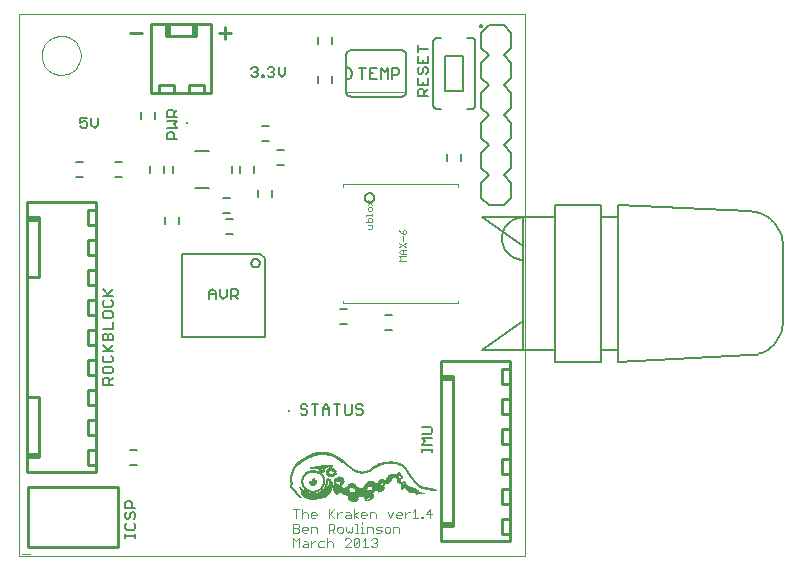
<source format=gto>
G75*
G70*
%OFA0B0*%
%FSLAX24Y24*%
%IPPOS*%
%LPD*%
%AMOC8*
5,1,8,0,0,1.08239X$1,22.5*
%
%ADD10C,0.0000*%
%ADD11C,0.0030*%
%ADD12R,0.0037X0.0003*%
%ADD13R,0.0098X0.0003*%
%ADD14R,0.0130X0.0003*%
%ADD15R,0.0155X0.0003*%
%ADD16R,0.0175X0.0003*%
%ADD17R,0.0198X0.0003*%
%ADD18R,0.0213X0.0003*%
%ADD19R,0.0227X0.0003*%
%ADD20R,0.0238X0.0003*%
%ADD21R,0.0133X0.0003*%
%ADD22R,0.0083X0.0003*%
%ADD23R,0.0118X0.0003*%
%ADD24R,0.0075X0.0003*%
%ADD25R,0.0110X0.0003*%
%ADD26R,0.0070X0.0003*%
%ADD27R,0.0103X0.0003*%
%ADD28R,0.0067X0.0003*%
%ADD29R,0.0092X0.0003*%
%ADD30R,0.0053X0.0003*%
%ADD31R,0.0088X0.0003*%
%ADD32R,0.0077X0.0003*%
%ADD33R,0.0085X0.0003*%
%ADD34R,0.0073X0.0003*%
%ADD35R,0.0100X0.0003*%
%ADD36R,0.0113X0.0003*%
%ADD37R,0.0055X0.0003*%
%ADD38R,0.0080X0.0003*%
%ADD39R,0.0047X0.0003*%
%ADD40R,0.0057X0.0003*%
%ADD41R,0.0127X0.0003*%
%ADD42R,0.0153X0.0003*%
%ADD43R,0.0060X0.0003*%
%ADD44R,0.0090X0.0003*%
%ADD45R,0.0348X0.0003*%
%ADD46R,0.0063X0.0003*%
%ADD47R,0.0065X0.0003*%
%ADD48R,0.0158X0.0003*%
%ADD49R,0.0187X0.0003*%
%ADD50R,0.0350X0.0003*%
%ADD51R,0.0210X0.0003*%
%ADD52R,0.0050X0.0003*%
%ADD53R,0.0233X0.0003*%
%ADD54R,0.0250X0.0003*%
%ADD55R,0.0273X0.0003*%
%ADD56R,0.0295X0.0003*%
%ADD57R,0.0315X0.0003*%
%ADD58R,0.0338X0.0003*%
%ADD59R,0.0355X0.0003*%
%ADD60R,0.0095X0.0003*%
%ADD61R,0.0375X0.0003*%
%ADD62R,0.0398X0.0003*%
%ADD63R,0.0418X0.0003*%
%ADD64R,0.0105X0.0003*%
%ADD65R,0.0437X0.0003*%
%ADD66R,0.0345X0.0003*%
%ADD67R,0.0455X0.0003*%
%ADD68R,0.0343X0.0003*%
%ADD69R,0.0475X0.0003*%
%ADD70R,0.0120X0.0003*%
%ADD71R,0.0490X0.0003*%
%ADD72R,0.0125X0.0003*%
%ADD73R,0.0510X0.0003*%
%ADD74R,0.0340X0.0003*%
%ADD75R,0.0527X0.0003*%
%ADD76R,0.0540X0.0003*%
%ADD77R,0.0138X0.0003*%
%ADD78R,0.0558X0.0003*%
%ADD79R,0.0143X0.0003*%
%ADD80R,0.0573X0.0003*%
%ADD81R,0.0147X0.0003*%
%ADD82R,0.0590X0.0003*%
%ADD83R,0.0602X0.0003*%
%ADD84R,0.0615X0.0003*%
%ADD85R,0.0335X0.0003*%
%ADD86R,0.0163X0.0003*%
%ADD87R,0.0633X0.0003*%
%ADD88R,0.0170X0.0003*%
%ADD89R,0.0645X0.0003*%
%ADD90R,0.0020X0.0003*%
%ADD91R,0.0658X0.0003*%
%ADD92R,0.0182X0.0003*%
%ADD93R,0.0032X0.0003*%
%ADD94R,0.0670X0.0003*%
%ADD95R,0.0190X0.0003*%
%ADD96R,0.0043X0.0003*%
%ADD97R,0.0680X0.0003*%
%ADD98R,0.0195X0.0003*%
%ADD99R,0.0693X0.0003*%
%ADD100R,0.0203X0.0003*%
%ADD101R,0.0703X0.0003*%
%ADD102R,0.0217X0.0003*%
%ADD103R,0.0715X0.0003*%
%ADD104R,0.0305X0.0003*%
%ADD105R,0.0725X0.0003*%
%ADD106R,0.0735X0.0003*%
%ADD107R,0.0308X0.0003*%
%ADD108R,0.0742X0.0003*%
%ADD109R,0.0755X0.0003*%
%ADD110R,0.0313X0.0003*%
%ADD111R,0.0765X0.0003*%
%ADD112R,0.0360X0.0003*%
%ADD113R,0.0772X0.0003*%
%ADD114R,0.0370X0.0003*%
%ADD115R,0.0318X0.0003*%
%ADD116R,0.0780X0.0003*%
%ADD117R,0.0382X0.0003*%
%ADD118R,0.0788X0.0003*%
%ADD119R,0.0395X0.0003*%
%ADD120R,0.0320X0.0003*%
%ADD121R,0.0795X0.0003*%
%ADD122R,0.0413X0.0003*%
%ADD123R,0.0803X0.0003*%
%ADD124R,0.0430X0.0003*%
%ADD125R,0.0325X0.0003*%
%ADD126R,0.0810X0.0003*%
%ADD127R,0.0447X0.0003*%
%ADD128R,0.0330X0.0003*%
%ADD129R,0.0818X0.0003*%
%ADD130R,0.0473X0.0003*%
%ADD131R,0.0823X0.0003*%
%ADD132R,0.0867X0.0003*%
%ADD133R,0.0830X0.0003*%
%ADD134R,0.0870X0.0003*%
%ADD135R,0.0835X0.0003*%
%ADD136R,0.0877X0.0003*%
%ADD137R,0.0840X0.0003*%
%ADD138R,0.0882X0.0003*%
%ADD139R,0.0845X0.0003*%
%ADD140R,0.0890X0.0003*%
%ADD141R,0.0850X0.0003*%
%ADD142R,0.0897X0.0003*%
%ADD143R,0.0855X0.0003*%
%ADD144R,0.0902X0.0003*%
%ADD145R,0.0860X0.0003*%
%ADD146R,0.0910X0.0003*%
%ADD147R,0.0862X0.0003*%
%ADD148R,0.0917X0.0003*%
%ADD149R,0.0925X0.0003*%
%ADD150R,0.0872X0.0003*%
%ADD151R,0.0930X0.0003*%
%ADD152R,0.0875X0.0003*%
%ADD153R,0.0938X0.0003*%
%ADD154R,0.0880X0.0003*%
%ADD155R,0.0945X0.0003*%
%ADD156R,0.0953X0.0003*%
%ADD157R,0.0887X0.0003*%
%ADD158R,0.0960X0.0003*%
%ADD159R,0.0968X0.0003*%
%ADD160R,0.0973X0.0003*%
%ADD161R,0.0895X0.0003*%
%ADD162R,0.0980X0.0003*%
%ADD163R,0.0985X0.0003*%
%ADD164R,0.0900X0.0003*%
%ADD165R,0.0990X0.0003*%
%ADD166R,0.0010X0.0003*%
%ADD167R,0.0993X0.0003*%
%ADD168R,0.0905X0.0003*%
%ADD169R,0.0998X0.0003*%
%ADD170R,0.0907X0.0003*%
%ADD171R,0.1000X0.0003*%
%ADD172R,0.0912X0.0003*%
%ADD173R,0.0915X0.0003*%
%ADD174R,0.0035X0.0003*%
%ADD175R,0.0995X0.0003*%
%ADD176R,0.0922X0.0003*%
%ADD177R,0.0927X0.0003*%
%ADD178R,0.0123X0.0003*%
%ADD179R,0.0372X0.0003*%
%ADD180R,0.0352X0.0003*%
%ADD181R,0.0140X0.0003*%
%ADD182R,0.0442X0.0003*%
%ADD183R,0.0115X0.0003*%
%ADD184R,0.0310X0.0003*%
%ADD185R,0.0323X0.0003*%
%ADD186R,0.0432X0.0003*%
%ADD187R,0.1005X0.0003*%
%ADD188R,0.0423X0.0003*%
%ADD189R,0.1008X0.0003*%
%ADD190R,0.0300X0.0003*%
%ADD191R,0.0415X0.0003*%
%ADD192R,0.1013X0.0003*%
%ADD193R,0.0302X0.0003*%
%ADD194R,0.0290X0.0003*%
%ADD195R,0.0408X0.0003*%
%ADD196R,0.1015X0.0003*%
%ADD197R,0.0280X0.0003*%
%ADD198R,0.0403X0.0003*%
%ADD199R,0.1022X0.0003*%
%ADD200R,0.0265X0.0003*%
%ADD201R,0.1030X0.0003*%
%ADD202R,0.0240X0.0003*%
%ADD203R,0.0262X0.0003*%
%ADD204R,0.0390X0.0003*%
%ADD205R,0.1038X0.0003*%
%ADD206R,0.0255X0.0003*%
%ADD207R,0.0388X0.0003*%
%ADD208R,0.0150X0.0003*%
%ADD209R,0.1043X0.0003*%
%ADD210R,0.0248X0.0003*%
%ADD211R,0.0385X0.0003*%
%ADD212R,0.0638X0.0003*%
%ADD213R,0.0220X0.0003*%
%ADD214R,0.0377X0.0003*%
%ADD215R,0.0160X0.0003*%
%ADD216R,0.0215X0.0003*%
%ADD217R,0.0165X0.0003*%
%ADD218R,0.0628X0.0003*%
%ADD219R,0.0208X0.0003*%
%ADD220R,0.0367X0.0003*%
%ADD221R,0.0365X0.0003*%
%ADD222R,0.0362X0.0003*%
%ADD223R,0.0568X0.0003*%
%ADD224R,0.0027X0.0003*%
%ADD225R,0.0205X0.0003*%
%ADD226R,0.0357X0.0003*%
%ADD227R,0.0565X0.0003*%
%ADD228R,0.0630X0.0003*%
%ADD229R,0.0193X0.0003*%
%ADD230R,0.0563X0.0003*%
%ADD231R,0.0560X0.0003*%
%ADD232R,0.0635X0.0003*%
%ADD233R,0.0230X0.0003*%
%ADD234R,0.0030X0.0003*%
%ADD235R,0.0555X0.0003*%
%ADD236R,0.0177X0.0003*%
%ADD237R,0.0643X0.0003*%
%ADD238R,0.0278X0.0003*%
%ADD239R,0.0553X0.0003*%
%ADD240R,0.0293X0.0003*%
%ADD241R,0.0648X0.0003*%
%ADD242R,0.0550X0.0003*%
%ADD243R,0.0650X0.0003*%
%ADD244R,0.0653X0.0003*%
%ADD245R,0.0333X0.0003*%
%ADD246R,0.0548X0.0003*%
%ADD247R,0.0655X0.0003*%
%ADD248R,0.0545X0.0003*%
%ADD249R,0.0660X0.0003*%
%ADD250R,0.0145X0.0003*%
%ADD251R,0.0328X0.0003*%
%ADD252R,0.0665X0.0003*%
%ADD253R,0.0668X0.0003*%
%ADD254R,0.0135X0.0003*%
%ADD255R,0.0543X0.0003*%
%ADD256R,0.0675X0.0003*%
%ADD257R,0.0173X0.0003*%
%ADD258R,0.0685X0.0003*%
%ADD259R,0.0688X0.0003*%
%ADD260R,0.0200X0.0003*%
%ADD261R,0.0107X0.0003*%
%ADD262R,0.0460X0.0003*%
%ADD263R,0.0537X0.0003*%
%ADD264R,0.0435X0.0003*%
%ADD265R,0.0045X0.0003*%
%ADD266R,0.0428X0.0003*%
%ADD267R,0.0425X0.0003*%
%ADD268R,0.0168X0.0003*%
%ADD269R,0.0180X0.0003*%
%ADD270R,0.0420X0.0003*%
%ADD271R,0.0297X0.0003*%
%ADD272R,0.0222X0.0003*%
%ADD273R,0.0253X0.0003*%
%ADD274R,0.0257X0.0003*%
%ADD275R,0.0040X0.0003*%
%ADD276R,0.0270X0.0003*%
%ADD277R,0.0288X0.0003*%
%ADD278R,0.0275X0.0003*%
%ADD279R,0.0440X0.0003*%
%ADD280R,0.0267X0.0003*%
%ADD281R,0.0285X0.0003*%
%ADD282R,0.0260X0.0003*%
%ADD283R,0.0185X0.0003*%
%ADD284R,0.0283X0.0003*%
%ADD285R,0.0235X0.0003*%
%ADD286R,0.0025X0.0003*%
%ADD287R,0.0022X0.0003*%
%ADD288R,0.0013X0.0003*%
%ADD289R,0.0245X0.0003*%
%ADD290R,0.0640X0.0003*%
%ADD291R,0.0243X0.0003*%
%ADD292R,0.0535X0.0003*%
%ADD293R,0.0522X0.0003*%
%ADD294R,0.0520X0.0003*%
%ADD295R,0.0517X0.0003*%
%ADD296R,0.0515X0.0003*%
%ADD297R,0.0512X0.0003*%
%ADD298R,0.0508X0.0003*%
%ADD299R,0.0505X0.0003*%
%ADD300R,0.0503X0.0003*%
%ADD301R,0.0500X0.0003*%
%ADD302R,0.0225X0.0003*%
%ADD303R,0.0498X0.0003*%
%ADD304R,0.0495X0.0003*%
%ADD305R,0.0380X0.0003*%
%ADD306R,0.0400X0.0003*%
%ADD307R,0.0405X0.0003*%
%ADD308R,0.0410X0.0003*%
%ADD309R,0.0018X0.0003*%
%ADD310R,0.0015X0.0003*%
%ADD311R,0.0488X0.0003*%
%ADD312R,0.0480X0.0003*%
%ADD313R,0.0465X0.0003*%
%ADD314R,0.0452X0.0003*%
%ADD315R,0.0445X0.0003*%
%ADD316R,0.0485X0.0003*%
%ADD317R,0.0462X0.0003*%
%ADD318R,0.0595X0.0003*%
%ADD319R,0.0580X0.0003*%
%ADD320R,0.0525X0.0003*%
%ADD321R,0.0393X0.0003*%
%ADD322R,0.0737X0.0003*%
%ADD323R,0.0727X0.0003*%
%ADD324R,0.0678X0.0003*%
%ADD325R,0.0612X0.0003*%
%ADD326R,0.0597X0.0003*%
%ADD327R,0.0583X0.0003*%
%ADD328C,0.0060*%
%ADD329C,0.0110*%
%ADD330R,0.0098X0.0098*%
%ADD331C,0.0080*%
%ADD332C,0.0020*%
%ADD333C,0.0050*%
%ADD334C,0.0039*%
%ADD335C,0.0100*%
D10*
X000880Y001190D02*
X000880Y019286D01*
X017750Y019286D01*
X017750Y001190D01*
X000880Y001190D01*
X000980Y001266D02*
X000982Y001265D01*
X000985Y001265D01*
X000987Y001266D01*
X000987Y001270D01*
X000983Y001270D01*
X000984Y001270D02*
X000985Y001271D01*
X000985Y001274D01*
X000983Y001274D01*
X000982Y001275D02*
X000980Y001273D01*
X000980Y001266D01*
X000981Y001270D02*
X000984Y001270D01*
X000981Y001270D02*
X000980Y001271D01*
X000980Y001276D01*
X000981Y001278D01*
X000984Y001278D01*
X000985Y001276D01*
X000985Y001277D02*
X000985Y001278D01*
X000985Y001278D01*
X000985Y001277D01*
X000985Y001277D01*
X000985Y001277D01*
X000985Y001278D01*
X000985Y001278D01*
X000985Y001277D01*
X000987Y001277D02*
X000990Y001282D01*
X000987Y001277D01*
X000987Y001275D02*
X000987Y001274D01*
X000989Y001274D01*
X000989Y001275D01*
X000987Y001275D01*
X000985Y001275D02*
X000982Y001275D01*
X000983Y001277D02*
X000983Y001278D01*
X000983Y001280D01*
X000982Y001280D01*
X000983Y001280D01*
X000983Y001278D01*
X000983Y001277D01*
X000981Y001277D01*
X000980Y001278D01*
X000980Y001281D01*
X000981Y001282D01*
X000983Y001282D01*
X000983Y001281D01*
X000983Y001282D01*
X000981Y001282D01*
X000980Y001281D01*
X000980Y001278D01*
X000981Y001277D01*
X000983Y001277D01*
X000985Y001280D02*
X000985Y001280D01*
X000985Y001280D01*
X000985Y001280D01*
X000985Y001280D01*
X000985Y001280D01*
X000985Y001280D01*
X000985Y001280D01*
X000985Y001280D01*
X000984Y001283D02*
X000986Y001285D01*
X000987Y001285D01*
X000987Y001285D01*
X000986Y001286D02*
X000986Y001285D01*
X000985Y001285D01*
X000985Y001287D01*
X000986Y001287D01*
X000986Y001286D01*
X000986Y001286D01*
X000986Y001285D01*
X000988Y001285D01*
X000988Y001286D01*
X000987Y001286D01*
X000986Y001286D01*
X000986Y001285D02*
X000986Y001283D01*
X000986Y001284D02*
X000988Y001284D01*
X000988Y001284D01*
X000988Y001285D01*
X000987Y001285D01*
X000988Y001285D02*
X000988Y001285D01*
X000989Y001285D01*
X000989Y001285D01*
X000990Y001285D01*
X000990Y001286D01*
X000989Y001286D01*
X000988Y001286D01*
X000989Y001285D01*
X000990Y001285D01*
X000990Y001285D01*
X000991Y001285D01*
X000990Y001285D01*
X000990Y001286D02*
X000990Y001286D01*
X000991Y001286D01*
X000991Y001286D01*
X000991Y001285D01*
X000990Y001284D02*
X000989Y001284D01*
X000989Y001283D01*
X000989Y001283D01*
X000990Y001283D01*
X000991Y001283D01*
X000991Y001284D01*
X000990Y001284D01*
X000989Y001284D02*
X000989Y001284D01*
X000987Y001286D02*
X000987Y001286D01*
X000984Y001287D02*
X000983Y001285D01*
X000983Y001284D02*
X000983Y001284D01*
X000983Y001284D01*
X000983Y001284D01*
X000983Y001284D01*
X000983Y001283D02*
X000983Y001283D01*
X000983Y001283D01*
X000983Y001283D01*
X000983Y001283D01*
X000982Y001283D02*
X000982Y001284D01*
X000981Y001284D01*
X000981Y001285D02*
X000981Y001285D01*
X000981Y001286D01*
X000981Y001287D01*
X000980Y001287D01*
X000980Y001286D01*
X000980Y001285D01*
X000980Y001283D01*
X000980Y001283D01*
X000981Y001283D01*
X000982Y001283D01*
X000982Y001285D02*
X000982Y001285D01*
X000981Y001285D01*
X000980Y001285D01*
X000980Y001285D01*
X000980Y001285D01*
X000981Y001285D01*
X000981Y001286D02*
X000981Y001286D01*
X000982Y001286D02*
X000982Y001286D01*
X000982Y001286D01*
X000982Y001286D01*
X000982Y001286D01*
X000982Y001285D02*
X000982Y001285D01*
X000982Y001285D01*
X000982Y001285D01*
X000992Y001284D02*
X000992Y001284D01*
X000992Y001284D01*
X000993Y001284D01*
X000993Y001283D01*
X000993Y001283D01*
X000992Y001283D01*
X000992Y001282D02*
X000994Y001282D01*
X000995Y001281D01*
X000995Y001280D01*
X000994Y001279D01*
X000992Y001279D01*
X000994Y001279D01*
X000995Y001280D01*
X000995Y001281D01*
X000994Y001282D01*
X000992Y001282D01*
X000992Y001277D01*
X000992Y001282D01*
X000994Y001283D02*
X000994Y001284D01*
X000995Y001284D01*
X000996Y001284D01*
X000996Y001284D01*
X000996Y001284D01*
X000994Y001284D01*
X000993Y001284D02*
X000992Y001284D01*
X000992Y001285D02*
X000993Y001285D01*
X000993Y001286D01*
X000994Y001286D01*
X000995Y001286D01*
X000995Y001286D01*
X000996Y001286D01*
X000996Y001286D01*
X000996Y001285D01*
X000996Y001285D01*
X000995Y001285D01*
X000995Y001285D01*
X000995Y001286D01*
X000995Y001287D02*
X000995Y001285D01*
X000994Y001285D01*
X000993Y001285D01*
X000992Y001286D02*
X000992Y001285D01*
X000992Y001286D02*
X000992Y001286D01*
X000992Y001287D02*
X000992Y001287D01*
X000994Y001283D02*
X000995Y001283D01*
X000996Y001283D01*
X000997Y001283D02*
X000998Y001283D01*
X000998Y001284D01*
X000999Y001284D01*
X001000Y001284D01*
X001001Y001285D02*
X001001Y001287D01*
X001002Y001287D01*
X001002Y001286D01*
X001002Y001286D01*
X001002Y001285D01*
X001003Y001285D01*
X001003Y001285D01*
X001004Y001285D01*
X001004Y001286D01*
X001005Y001286D01*
X001006Y001286D01*
X001006Y001286D01*
X001006Y001285D01*
X001006Y001285D01*
X001007Y001285D01*
X001006Y001285D01*
X001005Y001285D01*
X001005Y001285D01*
X001006Y001285D01*
X001005Y001285D02*
X001004Y001285D01*
X001005Y001285D02*
X001004Y001286D01*
X001003Y001286D01*
X001002Y001286D01*
X001002Y001285D01*
X001001Y001285D01*
X001002Y001284D02*
X001001Y001284D01*
X001001Y001283D01*
X001002Y001283D01*
X001003Y001283D01*
X001003Y001284D01*
X001002Y001284D01*
X001002Y001284D01*
X001002Y001283D02*
X001002Y001283D01*
X001004Y001283D02*
X001004Y001284D01*
X001005Y001284D01*
X001005Y001284D01*
X001005Y001283D01*
X001006Y001283D02*
X001008Y001285D01*
X001009Y001285D01*
X001009Y001286D01*
X001009Y001286D01*
X001010Y001286D01*
X001010Y001285D02*
X001011Y001285D01*
X001011Y001285D01*
X001011Y001286D01*
X001011Y001286D01*
X001012Y001286D01*
X001012Y001286D01*
X001012Y001285D01*
X001012Y001285D01*
X001011Y001285D01*
X001011Y001284D01*
X001010Y001284D01*
X001009Y001284D01*
X001009Y001285D02*
X001009Y001285D01*
X001010Y001285D01*
X001009Y001285D01*
X001009Y001283D01*
X001011Y001283D02*
X001011Y001282D01*
X001011Y001283D01*
X001012Y001283D01*
X001013Y001283D01*
X001013Y001284D01*
X001013Y001284D01*
X001012Y001284D01*
X001011Y001284D01*
X001011Y001283D01*
X001010Y001285D02*
X001010Y001287D01*
X001008Y001287D02*
X001008Y001287D01*
X001008Y001286D02*
X001008Y001286D01*
X001008Y001285D01*
X001007Y001286D02*
X001007Y001285D01*
X001007Y001286D02*
X001007Y001286D01*
X001006Y001286D01*
X001003Y001286D02*
X001003Y001286D01*
X001000Y001285D02*
X001000Y001283D01*
X000999Y001283D01*
X000998Y001283D01*
X000997Y001284D02*
X000997Y001283D01*
X000997Y001284D02*
X000997Y001284D01*
X000997Y001285D02*
X000997Y001286D01*
X000998Y001286D01*
X000998Y001286D01*
X000998Y001285D01*
X000999Y001285D02*
X001000Y001287D01*
X000997Y001286D02*
X000997Y001285D01*
X000997Y001280D02*
X000996Y001280D01*
X000996Y001278D01*
X000997Y001277D01*
X000999Y001277D01*
X000999Y001278D01*
X000999Y001280D01*
X000997Y001280D01*
X000996Y001280D01*
X000996Y001278D01*
X000997Y001277D01*
X000999Y001277D01*
X000999Y001278D01*
X000999Y001280D01*
X000999Y001280D01*
X000997Y001280D01*
X000999Y001280D02*
X000999Y001280D01*
X001001Y001280D02*
X001002Y001280D01*
X001004Y001280D01*
X001002Y001280D01*
X001001Y001280D01*
X001002Y001279D01*
X001003Y001279D01*
X001004Y001278D01*
X001003Y001277D01*
X001001Y001277D01*
X001003Y001277D01*
X001004Y001278D01*
X001003Y001279D01*
X001002Y001279D01*
X001001Y001280D01*
X001002Y001278D02*
X001004Y001276D01*
X001004Y001274D01*
X001002Y001272D01*
X000998Y001272D01*
X000998Y001270D02*
X000998Y001278D01*
X001002Y001278D01*
X001005Y001278D02*
X001005Y001280D01*
X001006Y001280D01*
X001008Y001280D01*
X001009Y001280D01*
X001009Y001279D01*
X001005Y001279D01*
X001009Y001279D01*
X001009Y001280D01*
X001008Y001280D01*
X001006Y001280D01*
X001005Y001280D01*
X001005Y001278D01*
X001006Y001277D01*
X001008Y001277D01*
X001006Y001277D01*
X001005Y001278D01*
X001007Y001275D02*
X001006Y001274D01*
X001006Y001271D01*
X001007Y001270D01*
X001010Y001270D01*
X001011Y001271D01*
X001011Y001274D01*
X001010Y001275D01*
X001007Y001275D01*
X001008Y001275D02*
X001010Y001273D01*
X001010Y001270D01*
X001008Y001268D01*
X001003Y001268D01*
X001003Y001265D02*
X001003Y001275D01*
X001008Y001275D01*
X001010Y001277D02*
X001012Y001277D01*
X001010Y001277D01*
X001011Y001277D02*
X001011Y001280D01*
X001010Y001280D01*
X001011Y001280D01*
X001011Y001277D01*
X001013Y001278D02*
X001013Y001280D01*
X001014Y001280D01*
X001016Y001280D01*
X001014Y001280D01*
X001013Y001280D01*
X001013Y001278D01*
X001014Y001277D01*
X001016Y001277D01*
X001016Y001282D01*
X001016Y001277D01*
X001014Y001277D01*
X001013Y001278D01*
X001014Y001275D02*
X001018Y001275D01*
X001018Y001277D02*
X001018Y001278D01*
X001018Y001280D01*
X001018Y001280D01*
X001018Y001278D01*
X001018Y001277D01*
X001020Y001277D01*
X001021Y001278D01*
X001021Y001280D01*
X001020Y001280D01*
X001018Y001280D01*
X001018Y001280D01*
X001020Y001280D01*
X001021Y001280D01*
X001021Y001278D01*
X001020Y001277D01*
X001018Y001277D01*
X001014Y001275D02*
X001013Y001274D01*
X001014Y001272D01*
X001017Y001272D01*
X001018Y001271D01*
X001017Y001270D01*
X001013Y001270D01*
X001012Y001270D02*
X001012Y001266D01*
X001014Y001265D01*
X001017Y001265D01*
X001019Y001266D01*
X001019Y001270D01*
X001017Y001271D01*
X001014Y001271D01*
X001012Y001270D01*
X001021Y001271D02*
X001021Y001274D01*
X001022Y001275D01*
X001025Y001275D01*
X001026Y001274D01*
X001026Y001272D01*
X001021Y001272D01*
X001021Y001271D02*
X001022Y001270D01*
X001025Y001270D01*
X001023Y001271D02*
X001028Y001271D01*
X001028Y001270D02*
X001031Y001270D01*
X001032Y001271D01*
X001036Y001271D01*
X001037Y001270D01*
X001037Y001268D01*
X001031Y001268D01*
X001031Y001266D02*
X001031Y001270D01*
X001029Y001270D02*
X001029Y001275D01*
X001028Y001275D01*
X001027Y001277D02*
X001030Y001282D01*
X001027Y001277D01*
X001026Y001277D02*
X001026Y001280D01*
X001025Y001280D01*
X001022Y001280D01*
X001022Y001277D01*
X001022Y001280D01*
X001025Y001280D01*
X001026Y001280D01*
X001026Y001277D01*
X001029Y001279D02*
X001029Y001278D01*
X001031Y001279D02*
X001034Y001279D01*
X001035Y001280D01*
X001035Y001281D01*
X001034Y001282D01*
X001031Y001282D01*
X001031Y001277D01*
X001031Y001282D01*
X001034Y001282D01*
X001035Y001281D01*
X001035Y001280D01*
X001034Y001279D01*
X001031Y001279D01*
X001032Y001283D02*
X001031Y001283D01*
X001032Y001284D01*
X001033Y001284D01*
X001033Y001283D01*
X001032Y001283D01*
X001033Y001284D02*
X001033Y001284D01*
X001032Y001284D01*
X001034Y001284D02*
X001034Y001283D01*
X001034Y001283D01*
X001036Y001283D01*
X001037Y001283D01*
X001037Y001285D01*
X001036Y001285D01*
X001036Y001284D02*
X001034Y001284D01*
X001034Y001284D01*
X001036Y001282D02*
X001036Y001284D01*
X001035Y001282D02*
X001036Y001282D01*
X001035Y001282D02*
X001035Y001282D01*
X001037Y001280D02*
X001036Y001280D01*
X001036Y001278D01*
X001037Y001277D01*
X001039Y001277D01*
X001039Y001278D01*
X001039Y001280D01*
X001039Y001280D01*
X001039Y001280D01*
X001039Y001278D01*
X001039Y001277D01*
X001037Y001277D01*
X001036Y001278D01*
X001036Y001280D01*
X001037Y001280D01*
X001039Y001280D01*
X001037Y001280D01*
X001038Y001278D02*
X001038Y001270D01*
X001034Y001270D01*
X001033Y001271D01*
X001033Y001274D01*
X001034Y001275D01*
X001038Y001275D01*
X001040Y001274D02*
X001040Y001271D01*
X001041Y001270D01*
X001044Y001270D01*
X001045Y001271D01*
X001045Y001274D01*
X001044Y001275D01*
X001041Y001275D01*
X001040Y001274D01*
X001042Y001276D02*
X001042Y001275D01*
X001043Y001277D02*
X001044Y001278D01*
X001043Y001279D01*
X001041Y001279D01*
X001041Y001280D01*
X001041Y001280D01*
X001041Y001280D01*
X001041Y001279D01*
X001043Y001279D01*
X001044Y001278D01*
X001043Y001277D01*
X001041Y001277D01*
X001043Y001277D01*
X001045Y001278D02*
X001045Y001280D01*
X001046Y001280D01*
X001048Y001280D01*
X001049Y001280D01*
X001049Y001279D01*
X001045Y001279D01*
X001049Y001279D01*
X001049Y001280D01*
X001048Y001280D01*
X001046Y001280D01*
X001045Y001280D01*
X001045Y001278D01*
X001046Y001277D01*
X001048Y001277D01*
X001046Y001277D01*
X001045Y001278D01*
X001044Y001280D02*
X001041Y001280D01*
X001044Y001280D01*
X001044Y001283D02*
X001044Y001284D01*
X001043Y001284D01*
X001042Y001284D01*
X001041Y001283D02*
X001041Y001283D01*
X001041Y001283D01*
X001041Y001283D01*
X001041Y001283D01*
X001042Y001283D02*
X001043Y001283D01*
X001044Y001283D01*
X001044Y001284D01*
X001045Y001284D01*
X001046Y001284D01*
X001046Y001283D01*
X001045Y001284D02*
X001045Y001283D01*
X001045Y001284D02*
X001045Y001284D01*
X001046Y001284D02*
X001046Y001284D01*
X001047Y001284D02*
X001048Y001284D01*
X001049Y001284D01*
X001049Y001283D01*
X001048Y001283D01*
X001047Y001283D01*
X001047Y001282D02*
X001047Y001284D01*
X001051Y001283D02*
X001051Y001282D01*
X001051Y001283D01*
X001051Y001280D02*
X001051Y001277D01*
X001051Y001280D01*
X001050Y001280D01*
X001051Y001280D01*
X001053Y001280D02*
X001054Y001280D01*
X001056Y001280D01*
X001054Y001280D01*
X001053Y001280D01*
X001053Y001278D01*
X001054Y001277D01*
X001056Y001277D01*
X001056Y001282D01*
X001056Y001277D01*
X001054Y001277D01*
X001053Y001278D01*
X001053Y001280D01*
X001051Y001277D02*
X001050Y001277D01*
X001051Y001277D01*
X001052Y001275D02*
X001053Y001274D01*
X001053Y001270D01*
X001053Y001271D02*
X001048Y001271D01*
X001046Y001270D01*
X001046Y001266D01*
X001048Y001265D01*
X001053Y001265D01*
X001053Y001275D01*
X001052Y001275D02*
X001048Y001275D01*
X001048Y001270D01*
X001042Y001271D02*
X001042Y001265D01*
X001043Y001265D02*
X001040Y001265D01*
X001036Y001265D02*
X001032Y001265D01*
X001031Y001266D01*
X001028Y001266D02*
X001026Y001268D01*
X001023Y001268D01*
X001021Y001270D01*
X001023Y001271D01*
X001021Y001265D02*
X001026Y001265D01*
X001028Y001266D01*
X001040Y001271D02*
X001042Y001271D01*
X001042Y001283D02*
X001042Y001285D01*
X001040Y001284D02*
X001040Y001284D01*
X001039Y001284D01*
X001038Y001284D01*
X001038Y001284D01*
X001038Y001283D01*
X001038Y001283D01*
X001038Y001284D02*
X001040Y001284D01*
X001039Y001283D02*
X001038Y001283D01*
X001030Y001283D02*
X001029Y001283D01*
X001029Y001285D01*
X001029Y001285D01*
X001029Y001286D01*
X001029Y001286D01*
X001028Y001286D01*
X001028Y001284D01*
X001028Y001283D01*
X001027Y001284D02*
X001028Y001284D01*
X001029Y001284D02*
X001029Y001284D01*
X001029Y001285D02*
X001028Y001285D01*
X001029Y001285D02*
X001030Y001285D01*
X001027Y001286D02*
X001027Y001285D01*
X001027Y001286D01*
X001027Y001286D01*
X001027Y001286D01*
X001026Y001286D01*
X001026Y001286D01*
X001026Y001285D01*
X001026Y001286D01*
X001025Y001286D01*
X001024Y001286D01*
X001024Y001287D02*
X001024Y001285D01*
X001024Y001285D01*
X001023Y001285D01*
X001023Y001285D01*
X001021Y001285D01*
X001020Y001285D01*
X001019Y001285D01*
X001018Y001285D01*
X001017Y001285D01*
X001017Y001285D01*
X001017Y001285D01*
X001018Y001285D01*
X001018Y001286D01*
X001018Y001285D01*
X001018Y001284D02*
X001018Y001284D01*
X001018Y001284D01*
X001017Y001284D01*
X001017Y001284D01*
X001017Y001283D01*
X001017Y001283D01*
X001018Y001283D01*
X001018Y001284D02*
X001017Y001284D01*
X001016Y001285D02*
X001015Y001285D01*
X001015Y001287D01*
X001016Y001287D01*
X001017Y001286D02*
X001018Y001286D01*
X001018Y001286D01*
X001019Y001286D01*
X001020Y001286D01*
X001020Y001284D01*
X001019Y001284D01*
X001019Y001284D01*
X001020Y001284D01*
X001020Y001283D01*
X001019Y001283D01*
X001021Y001283D02*
X001021Y001284D01*
X001021Y001284D01*
X001023Y001284D01*
X001023Y001283D01*
X001024Y001283D01*
X001025Y001283D01*
X001025Y001284D01*
X001025Y001284D01*
X001024Y001284D01*
X001023Y001284D01*
X001024Y001285D02*
X001023Y001285D01*
X001023Y001286D01*
X001022Y001286D01*
X001022Y001286D01*
X001021Y001286D01*
X001021Y001285D01*
X001022Y001285D01*
X001022Y001285D01*
X001023Y001285D02*
X001023Y001283D01*
X001021Y001283D01*
X001021Y001283D01*
X001021Y001285D02*
X001021Y001287D01*
X001020Y001287D01*
X001020Y001286D02*
X001020Y001285D01*
X001024Y001285D02*
X001025Y001285D01*
X001026Y001285D01*
X001026Y001284D02*
X001027Y001284D01*
X001026Y001283D02*
X001026Y001284D01*
X001025Y001283D02*
X001025Y001283D01*
X001016Y001283D02*
X001015Y001284D01*
X001014Y001284D01*
X001014Y001284D01*
X001014Y001284D01*
X001016Y001284D01*
X001015Y001283D02*
X001016Y001283D01*
X001015Y001283D02*
X001014Y001283D01*
X001013Y001283D02*
X001013Y001283D01*
X001013Y001285D02*
X001013Y001286D01*
X001014Y001286D01*
X001014Y001286D01*
X001014Y001285D01*
X001015Y001286D02*
X001015Y001286D01*
X001000Y001275D02*
X000994Y001265D01*
X000991Y001265D02*
X000989Y001265D01*
X000989Y001266D01*
X000991Y001266D01*
X000991Y001265D01*
X000991Y001270D02*
X000996Y001278D01*
X000991Y001271D02*
X000991Y001270D01*
X000989Y001270D01*
X000989Y001271D01*
X000989Y001270D01*
X000987Y001270D01*
X000987Y001271D01*
X000989Y001271D01*
X000991Y001271D01*
X000987Y001273D02*
X000985Y001275D01*
X001055Y001270D02*
X001060Y001278D01*
X001061Y001278D02*
X001061Y001280D01*
X001060Y001280D01*
X001058Y001280D01*
X001057Y001280D01*
X001057Y001278D01*
X001058Y001277D01*
X001060Y001277D01*
X001061Y001278D01*
X001061Y001280D01*
X001060Y001280D01*
X001058Y001280D01*
X001057Y001280D01*
X001057Y001278D01*
X001058Y001277D01*
X001060Y001277D01*
X001061Y001278D01*
X001062Y001278D02*
X001066Y001278D01*
X001068Y001276D01*
X001068Y001274D01*
X001066Y001272D01*
X001062Y001272D01*
X001060Y001271D02*
X001057Y001271D01*
X001055Y001270D01*
X001055Y001266D01*
X001057Y001265D01*
X001060Y001265D01*
X001062Y001266D01*
X001062Y001270D01*
X001060Y001271D01*
X001062Y001270D02*
X001062Y001278D01*
X001062Y001277D02*
X001062Y001280D01*
X001065Y001280D01*
X001065Y001277D01*
X001065Y001280D01*
X001065Y001280D01*
X001065Y001280D01*
X001062Y001280D01*
X001062Y001277D01*
X001067Y001277D02*
X001070Y001277D01*
X001067Y001277D01*
X001067Y001282D01*
X001070Y001282D01*
X001067Y001282D01*
X001067Y001277D01*
X001067Y001280D02*
X001068Y001280D01*
X001067Y001280D01*
X001071Y001278D02*
X001072Y001279D01*
X001075Y001279D01*
X001072Y001279D01*
X001071Y001278D01*
X001072Y001277D01*
X001075Y001277D01*
X001075Y001280D01*
X001074Y001280D01*
X001072Y001280D01*
X001074Y001280D01*
X001075Y001280D01*
X001075Y001277D01*
X001072Y001277D01*
X001071Y001278D01*
X001071Y001275D02*
X001070Y001274D01*
X001070Y001271D01*
X001071Y001270D01*
X001071Y001265D01*
X001074Y001265D02*
X001080Y001275D01*
X001079Y001276D02*
X001079Y001280D01*
X001077Y001280D01*
X001076Y001280D01*
X001076Y001278D01*
X001077Y001277D01*
X001079Y001277D01*
X001077Y001277D01*
X001076Y001278D01*
X001076Y001280D01*
X001077Y001280D01*
X001079Y001280D01*
X001079Y001276D01*
X001078Y001275D01*
X001082Y001275D01*
X001083Y001275D02*
X001088Y001275D01*
X001090Y001274D01*
X001090Y001272D01*
X001084Y001272D01*
X001084Y001271D02*
X001084Y001274D01*
X001086Y001275D01*
X001088Y001275D01*
X001089Y001273D01*
X001089Y001270D01*
X001088Y001268D01*
X001083Y001268D01*
X001081Y001270D02*
X001082Y001271D01*
X001081Y001272D01*
X001078Y001272D01*
X001077Y001274D01*
X001078Y001275D01*
X001078Y001275D01*
X001079Y001276D01*
X001078Y001275D02*
X001078Y001275D01*
X001081Y001277D02*
X001082Y001277D01*
X001081Y001277D01*
X001081Y001282D01*
X001081Y001282D01*
X001081Y001277D01*
X001084Y001278D02*
X001084Y001280D01*
X001084Y001280D01*
X001084Y001280D01*
X001084Y001278D01*
X001084Y001277D01*
X001086Y001277D01*
X001084Y001277D01*
X001084Y001278D01*
X001084Y001279D02*
X001087Y001279D01*
X001087Y001280D01*
X001086Y001280D01*
X001084Y001280D01*
X001086Y001280D01*
X001087Y001280D01*
X001087Y001279D01*
X001084Y001279D01*
X001081Y001282D02*
X001081Y001282D01*
X001083Y001275D02*
X001083Y001265D01*
X001081Y001270D02*
X001077Y001270D01*
X001075Y001271D02*
X001075Y001274D01*
X001074Y001275D01*
X001071Y001275D01*
X001069Y001271D02*
X001071Y001270D01*
X001074Y001270D01*
X001075Y001271D01*
X001069Y001271D02*
X001064Y001271D01*
X001064Y001265D01*
X001084Y001271D02*
X001086Y001270D01*
X001088Y001270D01*
X001092Y001270D02*
X001094Y001270D01*
X001093Y001270D02*
X001093Y001275D01*
X001092Y001275D01*
X001093Y001277D02*
X001094Y001278D01*
X001094Y001280D01*
X001093Y001280D01*
X001090Y001280D01*
X001093Y001280D01*
X001094Y001280D01*
X001094Y001278D01*
X001093Y001277D01*
X001090Y001277D01*
X001090Y001282D01*
X001090Y001277D01*
X001093Y001277D01*
X001093Y001278D02*
X001093Y001279D01*
X001095Y001280D02*
X001096Y001280D01*
X001097Y001280D01*
X001098Y001280D01*
X001098Y001277D01*
X001098Y001280D01*
X001098Y001280D01*
X001098Y001280D01*
X001097Y001280D01*
X001097Y001277D01*
X001097Y001280D01*
X001096Y001280D01*
X001095Y001280D01*
X001095Y001277D01*
X001095Y001280D01*
X001100Y001280D02*
X001102Y001280D01*
X001103Y001280D01*
X001103Y001278D01*
X001102Y001277D01*
X001100Y001277D01*
X001102Y001277D01*
X001103Y001278D01*
X001103Y001280D01*
X001102Y001280D01*
X001100Y001280D01*
X001100Y001275D01*
X001100Y001280D01*
X001102Y001278D02*
X001102Y001270D01*
X001098Y001270D01*
X001097Y001271D01*
X001094Y001271D01*
X001092Y001270D01*
X001092Y001266D01*
X001094Y001265D01*
X001097Y001265D01*
X001099Y001266D01*
X001099Y001270D01*
X001097Y001271D01*
X001097Y001274D01*
X001098Y001275D01*
X001102Y001275D01*
X001104Y001274D02*
X001104Y001271D01*
X001105Y001270D01*
X001108Y001270D01*
X001109Y001271D01*
X001109Y001274D01*
X001108Y001275D01*
X001105Y001275D01*
X001104Y001274D01*
X001103Y001271D02*
X001108Y001271D01*
X001110Y001270D02*
X001112Y001271D01*
X001115Y001271D01*
X001117Y001270D01*
X001117Y001268D01*
X001110Y001268D01*
X001110Y001266D02*
X001110Y001270D01*
X001111Y001270D02*
X001111Y001275D01*
X001115Y001275D01*
X001117Y001274D01*
X001117Y001270D01*
X001119Y001270D02*
X001124Y001270D01*
X001126Y001270D02*
X001127Y001271D01*
X001132Y001271D01*
X001131Y001272D02*
X001127Y001272D01*
X001126Y001271D01*
X001127Y001270D01*
X001131Y001270D01*
X001131Y001274D01*
X001130Y001275D01*
X001127Y001275D01*
X001124Y001278D02*
X001119Y001278D01*
X001119Y001270D01*
X001120Y001271D02*
X001121Y001271D01*
X001121Y001265D01*
X001120Y001265D02*
X001123Y001265D01*
X001126Y001266D02*
X001126Y001270D01*
X001126Y001266D02*
X001127Y001265D01*
X001132Y001265D01*
X001132Y001275D01*
X001133Y001274D02*
X001133Y001271D01*
X001135Y001270D01*
X001135Y001266D01*
X001137Y001265D01*
X001140Y001265D01*
X001142Y001266D01*
X001142Y001270D01*
X001142Y001278D01*
X001141Y001278D01*
X001139Y001275D02*
X001135Y001275D01*
X001133Y001274D01*
X001135Y001270D02*
X001137Y001271D01*
X001140Y001271D01*
X001142Y001270D01*
X001141Y001270D02*
X001143Y001270D01*
X001144Y001271D02*
X001149Y001271D01*
X001151Y001270D01*
X001151Y001265D01*
X001153Y001265D02*
X001160Y001265D01*
X001163Y001266D02*
X001164Y001268D01*
X001169Y001268D01*
X001169Y001270D02*
X001169Y001265D01*
X001164Y001265D01*
X001163Y001266D01*
X001164Y001270D02*
X001164Y001275D01*
X001165Y001275D01*
X001167Y001274D01*
X001168Y001275D01*
X001169Y001274D01*
X001169Y001270D01*
X001168Y001271D01*
X001164Y001271D01*
X001162Y001271D02*
X001162Y001274D01*
X001161Y001275D01*
X001157Y001275D01*
X001157Y001278D02*
X001157Y001270D01*
X001161Y001270D01*
X001162Y001271D01*
X001160Y001275D02*
X001153Y001275D01*
X001153Y001265D01*
X001154Y001270D02*
X001153Y001270D01*
X001153Y001271D01*
X001154Y001271D01*
X001154Y001270D01*
X001153Y001270D02*
X001157Y001270D01*
X001151Y001272D02*
X001146Y001272D01*
X001146Y001271D02*
X001146Y001274D01*
X001147Y001275D01*
X001150Y001275D01*
X001151Y001274D01*
X001151Y001272D01*
X001150Y001270D02*
X001147Y001270D01*
X001146Y001271D01*
X001144Y001271D02*
X001144Y001265D01*
X001139Y001268D02*
X001139Y001275D01*
X001139Y001270D02*
X001135Y001270D01*
X001136Y001267D02*
X001137Y001267D01*
X001139Y001268D01*
X001121Y001274D02*
X001119Y001274D01*
X001121Y001276D02*
X001121Y001275D01*
X001115Y001265D02*
X001112Y001265D01*
X001110Y001266D01*
X001108Y001266D02*
X001106Y001268D01*
X001103Y001268D01*
X001101Y001270D01*
X001103Y001271D01*
X001101Y001265D02*
X001106Y001265D01*
X001108Y001266D01*
X001089Y001277D02*
X001088Y001277D01*
X001088Y001278D01*
X001089Y001278D01*
X001089Y001277D01*
X001088Y001277D01*
X001088Y001278D01*
X001089Y001278D01*
X001089Y001277D01*
X001167Y001274D02*
X001167Y001270D01*
X001171Y001270D02*
X001175Y001270D01*
X001177Y001271D01*
X001177Y001274D01*
X001175Y001275D01*
X001171Y001275D01*
X001171Y001267D01*
X001172Y001266D02*
X001173Y001265D01*
X001178Y001265D01*
X001178Y001263D02*
X001178Y001271D01*
X001173Y001271D01*
X001172Y001270D01*
X001172Y001266D01*
X001175Y001261D02*
X001177Y001261D01*
X001178Y001263D01*
X001181Y001265D02*
X001184Y001265D01*
X001183Y001265D02*
X001183Y001275D01*
X001181Y001275D01*
X001187Y001270D02*
X001189Y001271D01*
X001192Y001271D01*
X001194Y001270D01*
X001194Y001268D01*
X001187Y001268D01*
X001187Y001266D02*
X001187Y001270D01*
X001187Y001266D02*
X001189Y001265D01*
X001192Y001265D01*
X001196Y001265D02*
X001198Y001265D01*
X001198Y001266D01*
X001196Y001266D01*
X001196Y001265D01*
X001201Y001265D02*
X001206Y001265D01*
X001208Y001266D01*
X001208Y001270D01*
X001206Y001271D01*
X001201Y001271D01*
X001201Y001275D02*
X001201Y001265D01*
X001210Y001265D02*
X001210Y001271D01*
X001212Y001271D01*
X001214Y001270D01*
X001215Y001271D01*
X001217Y001270D01*
X001217Y001265D01*
X001219Y001265D02*
X001224Y001265D01*
X001226Y001266D01*
X001226Y001270D01*
X001224Y001271D01*
X001219Y001271D01*
X001219Y001261D01*
X001214Y001265D02*
X001214Y001270D01*
X001630Y017890D02*
X001632Y017940D01*
X001638Y017990D01*
X001648Y018040D01*
X001661Y018088D01*
X001678Y018136D01*
X001699Y018182D01*
X001723Y018226D01*
X001751Y018268D01*
X001782Y018308D01*
X001816Y018345D01*
X001853Y018380D01*
X001892Y018411D01*
X001933Y018440D01*
X001977Y018465D01*
X002023Y018487D01*
X002070Y018505D01*
X002118Y018519D01*
X002167Y018530D01*
X002217Y018537D01*
X002267Y018540D01*
X002318Y018539D01*
X002368Y018534D01*
X002418Y018525D01*
X002466Y018513D01*
X002514Y018496D01*
X002560Y018476D01*
X002605Y018453D01*
X002648Y018426D01*
X002688Y018396D01*
X002726Y018363D01*
X002761Y018327D01*
X002794Y018288D01*
X002823Y018247D01*
X002849Y018204D01*
X002872Y018159D01*
X002891Y018112D01*
X002906Y018064D01*
X002918Y018015D01*
X002926Y017965D01*
X002930Y017915D01*
X002930Y017865D01*
X002926Y017815D01*
X002918Y017765D01*
X002906Y017716D01*
X002891Y017668D01*
X002872Y017621D01*
X002849Y017576D01*
X002823Y017533D01*
X002794Y017492D01*
X002761Y017453D01*
X002726Y017417D01*
X002688Y017384D01*
X002648Y017354D01*
X002605Y017327D01*
X002560Y017304D01*
X002514Y017284D01*
X002466Y017267D01*
X002418Y017255D01*
X002368Y017246D01*
X002318Y017241D01*
X002267Y017240D01*
X002217Y017243D01*
X002167Y017250D01*
X002118Y017261D01*
X002070Y017275D01*
X002023Y017293D01*
X001977Y017315D01*
X001933Y017340D01*
X001892Y017369D01*
X001853Y017400D01*
X001816Y017435D01*
X001782Y017472D01*
X001751Y017512D01*
X001723Y017554D01*
X001699Y017598D01*
X001678Y017644D01*
X001661Y017692D01*
X001648Y017740D01*
X001638Y017790D01*
X001632Y017840D01*
X001630Y017890D01*
D11*
X010017Y002755D02*
X010211Y002755D01*
X010114Y002755D02*
X010114Y002465D01*
X010163Y002275D02*
X010017Y002275D01*
X010017Y001985D01*
X010163Y001985D01*
X010211Y002033D01*
X010211Y002081D01*
X010163Y002130D01*
X010017Y002130D01*
X010163Y002130D02*
X010211Y002178D01*
X010211Y002226D01*
X010163Y002275D01*
X010312Y002130D02*
X010360Y002178D01*
X010457Y002178D01*
X010506Y002130D01*
X010506Y002081D01*
X010312Y002081D01*
X010312Y002033D02*
X010312Y002130D01*
X010312Y002033D02*
X010360Y001985D01*
X010457Y001985D01*
X010607Y001985D02*
X010607Y002178D01*
X010752Y002178D01*
X010800Y002130D01*
X010800Y001985D01*
X010752Y001698D02*
X010703Y001698D01*
X010607Y001601D01*
X010607Y001505D02*
X010607Y001698D01*
X010506Y001650D02*
X010506Y001505D01*
X010360Y001505D01*
X010312Y001553D01*
X010360Y001601D01*
X010506Y001601D01*
X010506Y001650D02*
X010457Y001698D01*
X010360Y001698D01*
X010211Y001795D02*
X010211Y001505D01*
X010017Y001505D02*
X010017Y001795D01*
X010114Y001698D01*
X010211Y001795D01*
X010852Y001650D02*
X010852Y001553D01*
X010901Y001505D01*
X011046Y001505D01*
X011147Y001505D02*
X011147Y001795D01*
X011195Y001698D02*
X011292Y001698D01*
X011340Y001650D01*
X011340Y001505D01*
X011147Y001650D02*
X011195Y001698D01*
X011046Y001698D02*
X010901Y001698D01*
X010852Y001650D01*
X011196Y001985D02*
X011196Y002275D01*
X011341Y002275D01*
X011390Y002226D01*
X011390Y002130D01*
X011341Y002081D01*
X011196Y002081D01*
X011293Y002081D02*
X011390Y001985D01*
X011491Y002033D02*
X011539Y001985D01*
X011636Y001985D01*
X011684Y002033D01*
X011684Y002130D01*
X011636Y002178D01*
X011539Y002178D01*
X011491Y002130D01*
X011491Y002033D01*
X011785Y002033D02*
X011785Y002178D01*
X011785Y002033D02*
X011834Y001985D01*
X011882Y002033D01*
X011930Y001985D01*
X011979Y002033D01*
X011979Y002178D01*
X012080Y002275D02*
X012128Y002275D01*
X012128Y001985D01*
X012080Y001985D02*
X012177Y001985D01*
X012276Y001985D02*
X012373Y001985D01*
X012325Y001985D02*
X012325Y002178D01*
X012276Y002178D01*
X012325Y002275D02*
X012325Y002323D01*
X012325Y002465D02*
X012276Y002513D01*
X012276Y002610D01*
X012325Y002658D01*
X012422Y002658D01*
X012470Y002610D01*
X012470Y002561D01*
X012276Y002561D01*
X012325Y002465D02*
X012422Y002465D01*
X012571Y002465D02*
X012571Y002658D01*
X012716Y002658D01*
X012765Y002610D01*
X012765Y002465D01*
X012816Y002178D02*
X012961Y002178D01*
X012913Y002081D02*
X012816Y002081D01*
X012767Y002130D01*
X012816Y002178D01*
X012913Y002081D02*
X012961Y002033D01*
X012913Y001985D01*
X012767Y001985D01*
X012666Y001985D02*
X012666Y002130D01*
X012618Y002178D01*
X012473Y002178D01*
X012473Y001985D01*
X012422Y001795D02*
X012422Y001505D01*
X012326Y001505D02*
X012519Y001505D01*
X012620Y001553D02*
X012669Y001505D01*
X012765Y001505D01*
X012814Y001553D01*
X012814Y001601D01*
X012765Y001650D01*
X012717Y001650D01*
X012765Y001650D02*
X012814Y001698D01*
X012814Y001746D01*
X012765Y001795D01*
X012669Y001795D01*
X012620Y001746D01*
X012422Y001795D02*
X012326Y001698D01*
X012224Y001746D02*
X012031Y001553D01*
X012079Y001505D01*
X012176Y001505D01*
X012224Y001553D01*
X012224Y001746D01*
X012176Y001795D01*
X012079Y001795D01*
X012031Y001746D01*
X012031Y001553D01*
X011930Y001505D02*
X011736Y001505D01*
X011930Y001698D01*
X011930Y001746D01*
X011881Y001795D01*
X011785Y001795D01*
X011736Y001746D01*
X011785Y002465D02*
X011736Y002513D01*
X011785Y002561D01*
X011930Y002561D01*
X011930Y002610D02*
X011930Y002465D01*
X011785Y002465D01*
X011785Y002658D02*
X011881Y002658D01*
X011930Y002610D01*
X012031Y002561D02*
X012176Y002658D01*
X012031Y002561D02*
X012176Y002465D01*
X012031Y002465D02*
X012031Y002755D01*
X011636Y002658D02*
X011587Y002658D01*
X011491Y002561D01*
X011491Y002465D02*
X011491Y002658D01*
X011390Y002755D02*
X011196Y002561D01*
X011244Y002610D02*
X011390Y002465D01*
X011196Y002465D02*
X011196Y002755D01*
X010800Y002610D02*
X010800Y002561D01*
X010607Y002561D01*
X010607Y002513D02*
X010607Y002610D01*
X010655Y002658D01*
X010752Y002658D01*
X010800Y002610D01*
X010752Y002465D02*
X010655Y002465D01*
X010607Y002513D01*
X010506Y002465D02*
X010506Y002610D01*
X010457Y002658D01*
X010360Y002658D01*
X010312Y002610D01*
X010312Y002755D02*
X010312Y002465D01*
X013062Y002130D02*
X013062Y002033D01*
X013111Y001985D01*
X013207Y001985D01*
X013256Y002033D01*
X013256Y002130D01*
X013207Y002178D01*
X013111Y002178D01*
X013062Y002130D01*
X013357Y002178D02*
X013502Y002178D01*
X013550Y002130D01*
X013550Y001985D01*
X013357Y001985D02*
X013357Y002178D01*
X013257Y002465D02*
X013354Y002658D01*
X013455Y002610D02*
X013503Y002658D01*
X013600Y002658D01*
X013649Y002610D01*
X013649Y002561D01*
X013455Y002561D01*
X013455Y002513D02*
X013455Y002610D01*
X013455Y002513D02*
X013503Y002465D01*
X013600Y002465D01*
X013750Y002465D02*
X013750Y002658D01*
X013846Y002658D02*
X013750Y002561D01*
X013846Y002658D02*
X013895Y002658D01*
X013995Y002658D02*
X014092Y002755D01*
X014092Y002465D01*
X013995Y002465D02*
X014189Y002465D01*
X014290Y002465D02*
X014338Y002465D01*
X014338Y002513D01*
X014290Y002513D01*
X014290Y002465D01*
X014437Y002610D02*
X014631Y002610D01*
X014582Y002465D02*
X014582Y002755D01*
X014437Y002610D01*
X013257Y002465D02*
X013160Y002658D01*
D12*
X012053Y003005D03*
X012990Y003750D03*
X013358Y003805D03*
X014773Y003362D03*
X010713Y003762D03*
X010273Y003440D03*
X010270Y003442D03*
D13*
X010325Y003377D03*
X010328Y003375D03*
X010445Y003412D03*
X010448Y003410D03*
X010673Y003545D03*
X010723Y003725D03*
X010898Y003945D03*
X011168Y003957D03*
X011168Y003960D03*
X011168Y003962D03*
X011168Y003965D03*
X011168Y003967D03*
X011168Y003970D03*
X011168Y003972D03*
X011168Y003975D03*
X011168Y003977D03*
X011168Y003980D03*
X011168Y003982D03*
X011170Y003985D03*
X011170Y003987D03*
X011170Y003990D03*
X011170Y003947D03*
X011188Y003747D03*
X011275Y003640D03*
X011428Y003675D03*
X011450Y003567D03*
X011638Y003597D03*
X011638Y003600D03*
X011398Y003930D03*
X011400Y003935D03*
X011400Y003937D03*
X011403Y003945D03*
X011403Y003947D03*
X011403Y003985D03*
X011403Y003987D03*
X011403Y003990D03*
X011400Y003992D03*
X011400Y003995D03*
X011400Y003997D03*
X011725Y004292D03*
X011733Y004287D03*
X011735Y004285D03*
X011738Y004282D03*
X011745Y004277D03*
X011748Y004275D03*
X012033Y004062D03*
X012040Y004057D03*
X012045Y004055D03*
X012593Y004050D03*
X012598Y004052D03*
X012600Y004055D03*
X012605Y004057D03*
X012610Y004060D03*
X012618Y004065D03*
X012625Y004070D03*
X012630Y004072D03*
X012633Y004075D03*
X012638Y004077D03*
X012640Y004080D03*
X012645Y004082D03*
X012648Y004085D03*
X012653Y004087D03*
X012655Y004090D03*
X012660Y004092D03*
X012663Y004095D03*
X012668Y004097D03*
X012670Y004100D03*
X012673Y004102D03*
X012678Y004105D03*
X012685Y004110D03*
X012688Y004112D03*
X012695Y004117D03*
X012985Y003740D03*
X013193Y003757D03*
X013195Y003762D03*
X013198Y003767D03*
X013200Y003770D03*
X013203Y003772D03*
X013203Y003775D03*
X013205Y003777D03*
X013530Y003930D03*
X013645Y004207D03*
X013638Y004212D03*
X013713Y003655D03*
X013665Y003452D03*
X014200Y003537D03*
X014203Y003535D03*
X012443Y003100D03*
X012050Y003007D03*
X011940Y003037D03*
X010470Y003945D03*
X010138Y004225D03*
X010135Y004222D03*
X010133Y004220D03*
X010130Y004217D03*
X010128Y004215D03*
X010125Y004212D03*
X010123Y004210D03*
X010120Y004207D03*
X010118Y004205D03*
X010115Y004202D03*
D14*
X010401Y004415D03*
X010406Y004417D03*
X011196Y004030D03*
X011201Y003897D03*
X011199Y003722D03*
X011284Y003602D03*
X011284Y003600D03*
X011466Y003555D03*
X011569Y003812D03*
X011984Y003600D03*
X012121Y004015D03*
X011496Y004452D03*
X011489Y004457D03*
X011484Y004460D03*
X010726Y003687D03*
X010514Y003370D03*
X010351Y003350D03*
X010349Y003352D03*
X011479Y003280D03*
X012049Y003010D03*
X012901Y003347D03*
X012906Y003622D03*
X012981Y003730D03*
X013241Y003815D03*
X013549Y004255D03*
X013556Y004252D03*
X012851Y004215D03*
X012846Y004212D03*
X012841Y004210D03*
X014254Y003505D03*
X014156Y003267D03*
X014724Y003377D03*
D15*
X014704Y003382D03*
X014294Y003487D03*
X013546Y003750D03*
X013546Y003752D03*
X013544Y003747D03*
X013516Y003897D03*
X013509Y004267D03*
X012454Y003992D03*
X012161Y004000D03*
X011639Y003647D03*
X011286Y003570D03*
X011479Y003295D03*
X012049Y003012D03*
X012416Y003460D03*
X011374Y004520D03*
X011369Y004522D03*
X010819Y003980D03*
X010551Y003980D03*
X010474Y004455D03*
X010479Y004457D03*
X010546Y003357D03*
X010364Y003337D03*
D16*
X011269Y003515D03*
X011271Y003517D03*
X011479Y003305D03*
X011631Y003662D03*
X011566Y003802D03*
X011289Y003840D03*
X010521Y004477D03*
X012314Y003955D03*
X012959Y004255D03*
X013214Y003732D03*
X013511Y003892D03*
X013709Y003575D03*
X013716Y003560D03*
X013719Y003555D03*
X013719Y003552D03*
X012479Y003140D03*
X012404Y003447D03*
X012046Y003015D03*
D17*
X012045Y003017D03*
X012138Y003440D03*
X011985Y003577D03*
X012390Y003440D03*
X012615Y003655D03*
X013115Y003627D03*
X013205Y003712D03*
X013730Y003527D03*
X013938Y003365D03*
X012998Y004265D03*
X010990Y004012D03*
X010690Y004025D03*
X010560Y004495D03*
X010388Y003315D03*
D18*
X010673Y003317D03*
X010673Y003585D03*
X011288Y004092D03*
X010595Y004510D03*
X012045Y003020D03*
X013200Y003707D03*
X013735Y003517D03*
X014653Y003395D03*
X013020Y004270D03*
D19*
X013740Y003510D03*
X014195Y003292D03*
X012043Y003022D03*
X011288Y003857D03*
X011158Y004202D03*
X011285Y004547D03*
X010625Y004522D03*
X010405Y003302D03*
D20*
X010673Y003607D03*
X011563Y003782D03*
X011983Y003557D03*
X012043Y003025D03*
X013655Y003632D03*
X013745Y003505D03*
D21*
X013530Y003707D03*
X013530Y003710D03*
X013523Y003907D03*
X013245Y003817D03*
X012910Y003625D03*
X012858Y004217D03*
X012128Y004012D03*
X011643Y003630D03*
X011285Y003597D03*
X011200Y003720D03*
X011368Y003895D03*
X011373Y004032D03*
X010893Y004087D03*
X010843Y003972D03*
X010528Y003972D03*
X010725Y003685D03*
X010673Y003552D03*
X010520Y003367D03*
X010678Y003072D03*
X011478Y003282D03*
X011983Y003027D03*
X012458Y003120D03*
X014258Y003502D03*
X014333Y003270D03*
X011480Y004462D03*
X011475Y004465D03*
X011473Y004467D03*
X011468Y004470D03*
X011463Y004472D03*
X010415Y004422D03*
X010410Y004420D03*
D22*
X010058Y004127D03*
X010055Y004122D03*
X010053Y004120D03*
X010050Y004115D03*
X010433Y003917D03*
X010435Y003920D03*
X010718Y003740D03*
X010930Y003922D03*
X010933Y003920D03*
X010920Y004042D03*
X010915Y004050D03*
X010908Y004062D03*
X010905Y004065D03*
X011048Y004082D03*
X011050Y004077D03*
X011055Y004050D03*
X011285Y004125D03*
X011290Y003825D03*
X011183Y003757D03*
X011440Y003577D03*
X011610Y003557D03*
X011613Y003560D03*
X011625Y003575D03*
X011628Y003577D03*
X011628Y003580D03*
X011110Y003505D03*
X010870Y003377D03*
X010410Y003445D03*
X010408Y003447D03*
X010405Y003450D03*
X010403Y003452D03*
X010313Y003390D03*
X010103Y003335D03*
X010100Y003340D03*
X010098Y003342D03*
X010098Y003345D03*
X010095Y003347D03*
X010093Y003350D03*
X010088Y003357D03*
X010085Y003360D03*
X010083Y003362D03*
X010080Y003365D03*
X010073Y003372D03*
X010070Y003375D03*
X010068Y003377D03*
X010065Y003380D03*
X010063Y003382D03*
X010055Y003387D03*
X010053Y003390D03*
X010050Y003392D03*
X010048Y003395D03*
X010040Y003400D03*
X009935Y003665D03*
X011898Y004157D03*
X011908Y004150D03*
X011918Y004142D03*
X011928Y004135D03*
X012623Y003667D03*
X013003Y003527D03*
X013495Y003817D03*
X013600Y003855D03*
X013535Y003940D03*
X013708Y004157D03*
X013705Y004160D03*
X013703Y004162D03*
X013700Y004165D03*
X013715Y003660D03*
X013740Y003612D03*
X013740Y003610D03*
X013743Y003607D03*
X013743Y003605D03*
X013745Y003600D03*
X013745Y003597D03*
X013625Y003607D03*
X013660Y003430D03*
X014163Y003570D03*
X014165Y003567D03*
X014168Y003565D03*
X012438Y003087D03*
X012125Y003027D03*
X011913Y003050D03*
X011900Y003060D03*
X011900Y003062D03*
D23*
X011968Y003030D03*
X011643Y003617D03*
X011378Y003900D03*
X011193Y003905D03*
X011188Y004022D03*
X010988Y003975D03*
X010860Y003965D03*
X011195Y003732D03*
X010728Y003700D03*
X010343Y003360D03*
X010335Y004375D03*
X010340Y004377D03*
X010343Y004380D03*
X010348Y004382D03*
X011548Y004420D03*
X011555Y004415D03*
X011563Y004410D03*
X011570Y004405D03*
X012095Y004027D03*
X012100Y004025D03*
X012800Y004187D03*
X012805Y004190D03*
X013228Y003802D03*
X013230Y003805D03*
X012898Y003610D03*
X012885Y003595D03*
X012898Y003342D03*
X013530Y003682D03*
X013530Y003685D03*
X013563Y003650D03*
X013615Y003622D03*
X014108Y003372D03*
X014733Y003375D03*
X013580Y004242D03*
X013575Y004245D03*
D24*
X013726Y004137D03*
X013729Y004135D03*
X013731Y004132D03*
X013739Y004122D03*
X013741Y004120D03*
X013744Y004117D03*
X013746Y004115D03*
X013539Y003945D03*
X013609Y003850D03*
X013511Y003800D03*
X013509Y003805D03*
X013506Y003807D03*
X013504Y003810D03*
X013064Y003602D03*
X013011Y003532D03*
X012989Y003745D03*
X013936Y003312D03*
X012436Y003082D03*
X012436Y003080D03*
X012154Y003050D03*
X012154Y003047D03*
X012134Y003030D03*
X011434Y003585D03*
X011416Y003665D03*
X011264Y003672D03*
X011109Y003512D03*
X011109Y003510D03*
X010901Y003397D03*
X010899Y003395D03*
X010894Y003392D03*
X010716Y003745D03*
X010944Y003910D03*
X010946Y003907D03*
X010949Y003905D03*
X010951Y003902D03*
X010954Y003900D03*
X010986Y003967D03*
X010416Y003902D03*
X010414Y003900D03*
X010031Y004075D03*
X010031Y004077D03*
X010029Y004072D03*
X010029Y004070D03*
X010026Y004067D03*
X010026Y004065D03*
X010024Y004060D03*
X010021Y004055D03*
X010019Y004047D03*
X010034Y004082D03*
X010036Y004087D03*
X009929Y003692D03*
X010009Y003425D03*
X010011Y003422D03*
X010014Y003420D03*
X010121Y003292D03*
X010124Y003287D03*
X010124Y003285D03*
X010126Y003282D03*
X010126Y003280D03*
X010129Y003275D03*
X010131Y003270D03*
X010171Y003212D03*
X010174Y003210D03*
X010176Y003207D03*
X010186Y003200D03*
X010221Y003175D03*
X010226Y003172D03*
X010306Y003397D03*
X010394Y003462D03*
X010389Y003470D03*
X010386Y003472D03*
X010384Y003475D03*
D25*
X010336Y003365D03*
X010476Y003390D03*
X010824Y003357D03*
X010726Y003707D03*
X010726Y003710D03*
X010871Y003960D03*
X011184Y003915D03*
X011191Y003740D03*
X011279Y003625D03*
X011386Y003907D03*
X011389Y004020D03*
X011624Y004367D03*
X011621Y004370D03*
X011616Y004372D03*
X011614Y004375D03*
X011606Y004380D03*
X011631Y004362D03*
X012079Y004035D03*
X012524Y004015D03*
X012764Y004165D03*
X012769Y004167D03*
X012771Y004170D03*
X012776Y004172D03*
X013221Y003795D03*
X013526Y003922D03*
X013596Y004235D03*
X013534Y003672D03*
X013536Y003670D03*
X013556Y003652D03*
X013616Y003620D03*
X013944Y003315D03*
X014134Y003355D03*
X014151Y003262D03*
X014344Y003267D03*
X014226Y003520D03*
X012894Y003337D03*
X012449Y003107D03*
X012141Y003062D03*
X011956Y003032D03*
X011481Y003270D03*
X011641Y003610D03*
X011641Y003612D03*
X010494Y003957D03*
X010271Y004332D03*
X010279Y004337D03*
X010281Y004340D03*
X010286Y004342D03*
X010294Y004347D03*
D26*
X010014Y004035D03*
X010011Y004030D03*
X010011Y004027D03*
X010009Y004022D03*
X010009Y004020D03*
X010006Y004017D03*
X010006Y004015D03*
X010006Y004012D03*
X010004Y004010D03*
X010004Y004007D03*
X010001Y004002D03*
X009999Y003995D03*
X009996Y003987D03*
X009931Y003727D03*
X009931Y003725D03*
X009931Y003722D03*
X009931Y003720D03*
X009931Y003717D03*
X009931Y003715D03*
X009931Y003712D03*
X009931Y003710D03*
X009964Y003622D03*
X009951Y003562D03*
X009951Y003560D03*
X009981Y003450D03*
X009984Y003447D03*
X009986Y003445D03*
X009989Y003442D03*
X009991Y003440D03*
X009994Y003437D03*
X010134Y003265D03*
X010136Y003260D03*
X010136Y003257D03*
X010139Y003255D03*
X010141Y003252D03*
X010141Y003250D03*
X010144Y003247D03*
X010144Y003245D03*
X010146Y003242D03*
X010151Y003235D03*
X010154Y003232D03*
X010156Y003230D03*
X010159Y003225D03*
X010161Y003222D03*
X010234Y003167D03*
X010301Y003402D03*
X010376Y003485D03*
X010374Y003490D03*
X010371Y003492D03*
X010369Y003497D03*
X010391Y003877D03*
X010394Y003880D03*
X010396Y003882D03*
X010399Y003885D03*
X010401Y003887D03*
X010961Y003892D03*
X010964Y003890D03*
X010966Y003887D03*
X010969Y003885D03*
X010971Y003882D03*
X011261Y003680D03*
X011261Y003677D03*
X011414Y003660D03*
X011429Y003592D03*
X011431Y003590D03*
X011116Y003537D03*
X011114Y003530D03*
X011114Y003527D03*
X011111Y003520D03*
X010921Y003412D03*
X010919Y003410D03*
X010914Y003407D03*
X010911Y003405D03*
X010909Y003402D03*
X012139Y003032D03*
X012146Y003037D03*
X012149Y003040D03*
X012151Y003042D03*
X012436Y003077D03*
X013016Y003537D03*
X013019Y003540D03*
X013059Y003592D03*
X013316Y003897D03*
X013614Y003845D03*
X013616Y003842D03*
X013716Y003665D03*
X013634Y003597D03*
X013631Y003600D03*
X013936Y003830D03*
X013929Y003840D03*
X013924Y003847D03*
X013919Y003855D03*
X013916Y003857D03*
X013914Y003862D03*
X013911Y003865D03*
X013909Y003870D03*
X013906Y003872D03*
X013904Y003877D03*
X013901Y003880D03*
X013899Y003885D03*
X013894Y003892D03*
X013889Y003900D03*
X013881Y003912D03*
X013861Y003945D03*
X013829Y003997D03*
X013816Y004017D03*
X013811Y004025D03*
X013806Y004032D03*
X013801Y004040D03*
X013796Y004047D03*
X013794Y004050D03*
X013791Y004055D03*
X013789Y004057D03*
X013786Y004062D03*
X013784Y004065D03*
X013781Y004067D03*
X013781Y004070D03*
X013779Y004072D03*
X013776Y004075D03*
X013774Y004080D03*
X013771Y004082D03*
X013769Y004085D03*
X013764Y004092D03*
X014124Y003610D03*
X014126Y003607D03*
X014129Y003605D03*
X014131Y003602D03*
X014134Y003600D03*
D27*
X014215Y003527D03*
X014125Y003365D03*
X014128Y003362D03*
X013618Y003617D03*
X013528Y003925D03*
X013625Y004220D03*
X013620Y004222D03*
X013210Y003782D03*
X013190Y003750D03*
X012878Y003367D03*
X012893Y003335D03*
X012445Y003102D03*
X011948Y003035D03*
X011453Y003565D03*
X011278Y003632D03*
X011190Y003745D03*
X011175Y003930D03*
X011175Y003932D03*
X011173Y003935D03*
X011173Y003937D03*
X011173Y004000D03*
X011175Y004005D03*
X011395Y004007D03*
X011395Y004010D03*
X011395Y003922D03*
X011393Y003920D03*
X011393Y003917D03*
X011695Y004315D03*
X011693Y004317D03*
X011690Y004320D03*
X011685Y004322D03*
X011683Y004325D03*
X011673Y004332D03*
X011700Y004312D03*
X011703Y004310D03*
X012058Y004047D03*
X012063Y004045D03*
X012713Y004130D03*
X012718Y004132D03*
X012720Y004135D03*
X012728Y004140D03*
X012735Y004145D03*
X010885Y003952D03*
X010480Y003950D03*
X010475Y003947D03*
X010193Y004272D03*
X010195Y004275D03*
X010198Y004277D03*
X010208Y004285D03*
X010210Y004287D03*
X010220Y004295D03*
X010185Y004267D03*
X010183Y004265D03*
X010180Y004262D03*
X010178Y004260D03*
X010168Y004252D03*
X010165Y004250D03*
X010163Y004247D03*
X010330Y003372D03*
X010458Y003402D03*
X014743Y003372D03*
D28*
X013968Y003790D03*
X013965Y003792D03*
X013958Y003802D03*
X013955Y003805D03*
X013953Y003807D03*
X013953Y003810D03*
X013950Y003812D03*
X013948Y003815D03*
X013945Y003817D03*
X013945Y003820D03*
X013943Y003822D03*
X013940Y003825D03*
X013938Y003827D03*
X013935Y003832D03*
X013933Y003835D03*
X013930Y003837D03*
X013928Y003842D03*
X013925Y003845D03*
X013923Y003850D03*
X013920Y003852D03*
X013915Y003860D03*
X013910Y003867D03*
X013905Y003875D03*
X013900Y003882D03*
X013898Y003887D03*
X013895Y003890D03*
X013893Y003895D03*
X013890Y003897D03*
X013888Y003902D03*
X013885Y003905D03*
X013885Y003907D03*
X013883Y003910D03*
X013880Y003915D03*
X013878Y003917D03*
X013878Y003920D03*
X013875Y003922D03*
X013873Y003925D03*
X013873Y003927D03*
X013870Y003930D03*
X013870Y003932D03*
X013868Y003935D03*
X013865Y003937D03*
X013865Y003940D03*
X013863Y003942D03*
X013860Y003947D03*
X013858Y003950D03*
X013858Y003952D03*
X013855Y003955D03*
X013853Y003957D03*
X013853Y003960D03*
X013850Y003962D03*
X013850Y003965D03*
X013848Y003967D03*
X013845Y003970D03*
X013845Y003972D03*
X013843Y003975D03*
X013840Y003977D03*
X013840Y003980D03*
X013838Y003982D03*
X013838Y003985D03*
X013835Y003987D03*
X013833Y003990D03*
X013833Y003992D03*
X013830Y003995D03*
X013828Y004000D03*
X013825Y004002D03*
X013825Y004005D03*
X013823Y004007D03*
X013820Y004010D03*
X013820Y004012D03*
X013818Y004015D03*
X013815Y004020D03*
X013813Y004022D03*
X013810Y004027D03*
X013808Y004030D03*
X013805Y004035D03*
X013803Y004037D03*
X013800Y004042D03*
X013798Y004045D03*
X013793Y004052D03*
X013788Y004060D03*
X013540Y003947D03*
X013618Y003840D03*
X013655Y003577D03*
X013170Y003620D03*
X013058Y003590D03*
X013055Y003587D03*
X013053Y003582D03*
X013028Y003547D03*
X013025Y003545D03*
X013023Y003542D03*
X012660Y003152D03*
X012438Y003075D03*
X012143Y003035D03*
X011485Y003250D03*
X011428Y003595D03*
X011413Y003657D03*
X011260Y003682D03*
X011258Y003685D03*
X011258Y003687D03*
X011163Y003700D03*
X011160Y003697D03*
X011178Y003765D03*
X010983Y003867D03*
X010978Y003875D03*
X010975Y003877D03*
X010973Y003880D03*
X010715Y003750D03*
X010390Y003875D03*
X010388Y003872D03*
X010385Y003870D03*
X010363Y003507D03*
X010365Y003502D03*
X010368Y003500D03*
X010370Y003495D03*
X010300Y003405D03*
X010148Y003240D03*
X010150Y003237D03*
X010238Y003165D03*
X010243Y003162D03*
X009980Y003452D03*
X009978Y003455D03*
X009975Y003457D03*
X009973Y003460D03*
X009973Y003462D03*
X009970Y003465D03*
X009968Y003467D03*
X009965Y003472D03*
X009963Y003477D03*
X009958Y003487D03*
X009950Y003515D03*
X009950Y003545D03*
X009950Y003547D03*
X009950Y003550D03*
X009950Y003552D03*
X009950Y003555D03*
X009950Y003557D03*
X009953Y003565D03*
X009953Y003567D03*
X009953Y003570D03*
X009955Y003572D03*
X009955Y003575D03*
X009965Y003620D03*
X009933Y003730D03*
X009933Y003732D03*
X009933Y003735D03*
X009933Y003737D03*
X009933Y003740D03*
X009990Y003970D03*
X009993Y003977D03*
X009995Y003982D03*
X009995Y003985D03*
X009998Y003990D03*
X009998Y003992D03*
X010000Y003997D03*
X010000Y004000D03*
X010003Y004005D03*
X010925Y003415D03*
X010928Y003417D03*
X010930Y003420D03*
X010933Y003422D03*
X011115Y003532D03*
X011115Y003535D03*
X011118Y003540D03*
X011118Y003542D03*
X011118Y003545D03*
X011120Y003550D03*
X011120Y003552D03*
D29*
X011273Y003647D03*
X011448Y003570D03*
X011635Y003592D03*
X011570Y003817D03*
X011795Y004237D03*
X011793Y004240D03*
X011785Y004245D03*
X011783Y004247D03*
X011780Y004250D03*
X011773Y004255D03*
X011770Y004257D03*
X012013Y004075D03*
X012018Y004072D03*
X012020Y004070D03*
X012025Y004067D03*
X011483Y003260D03*
X011933Y003040D03*
X012150Y003057D03*
X012440Y003095D03*
X013663Y003442D03*
X013663Y003445D03*
X013748Y003582D03*
X013530Y003932D03*
X013660Y004197D03*
X013658Y004200D03*
X013653Y004202D03*
X011050Y004030D03*
X011043Y004090D03*
X010930Y004032D03*
X010905Y003940D03*
X010720Y003730D03*
X010460Y003937D03*
X010455Y003935D03*
X010100Y004185D03*
X010098Y004182D03*
X010095Y004180D03*
X010093Y004175D03*
X010090Y004172D03*
X010088Y004170D03*
X010085Y004167D03*
X009943Y003652D03*
X009950Y003640D03*
X009953Y003637D03*
X010320Y003382D03*
X010323Y003380D03*
X010430Y003425D03*
X010433Y003422D03*
X010435Y003420D03*
X010850Y003367D03*
X010855Y003370D03*
D30*
X011018Y003540D03*
X011020Y003545D03*
X011020Y003547D03*
X011023Y003550D03*
X011023Y003552D03*
X011023Y003555D03*
X011025Y003557D03*
X011025Y003560D03*
X011028Y003565D03*
X011028Y003567D03*
X011030Y003570D03*
X011030Y003572D03*
X011030Y003575D03*
X011033Y003580D03*
X011033Y003582D03*
X011035Y003590D03*
X011035Y003592D03*
X011038Y003600D03*
X011038Y003602D03*
X011040Y003612D03*
X011040Y003615D03*
X011043Y003627D03*
X011045Y003652D03*
X011045Y003705D03*
X011045Y003707D03*
X011045Y003710D03*
X011043Y003727D03*
X011043Y003730D03*
X011043Y003732D03*
X011043Y003735D03*
X011040Y003740D03*
X011040Y003742D03*
X011040Y003745D03*
X011040Y003747D03*
X011038Y003752D03*
X011038Y003755D03*
X011038Y003757D03*
X011035Y003762D03*
X011035Y003765D03*
X011033Y003772D03*
X011290Y003822D03*
X010713Y003757D03*
X010333Y003767D03*
X010330Y003760D03*
X010330Y003757D03*
X010328Y003750D03*
X010328Y003747D03*
X010325Y003742D03*
X010325Y003740D03*
X010325Y003737D03*
X010325Y003735D03*
X010323Y003730D03*
X010323Y003727D03*
X010323Y003725D03*
X010323Y003722D03*
X010320Y003712D03*
X010320Y003710D03*
X010320Y003707D03*
X010320Y003705D03*
X010320Y003637D03*
X010320Y003635D03*
X010320Y003632D03*
X010320Y003630D03*
X010320Y003627D03*
X010323Y003620D03*
X010323Y003617D03*
X010323Y003615D03*
X010323Y003612D03*
X010325Y003607D03*
X010325Y003605D03*
X010325Y003602D03*
X010328Y003595D03*
X010328Y003592D03*
X010285Y003422D03*
X011983Y003612D03*
X012660Y003142D03*
X012658Y003137D03*
X012655Y003132D03*
X012533Y003050D03*
X012490Y003040D03*
X012455Y003052D03*
X012450Y003055D03*
X012448Y003057D03*
X013365Y003812D03*
X013545Y003952D03*
X013630Y003810D03*
X013630Y003807D03*
X013630Y003805D03*
X013630Y003802D03*
X013623Y003782D03*
D31*
X013518Y003790D03*
X013533Y003937D03*
X013685Y004177D03*
X013683Y004180D03*
X013680Y004182D03*
X013670Y004190D03*
X012988Y003742D03*
X013070Y003612D03*
X013660Y003435D03*
X013748Y003585D03*
X013748Y003587D03*
X013735Y003620D03*
X013733Y003622D03*
X014180Y003555D03*
X014183Y003552D03*
X014185Y003550D03*
X014353Y003265D03*
X014750Y003370D03*
X012440Y003092D03*
X011928Y003042D03*
X011900Y003065D03*
X011630Y003585D03*
X011445Y003572D03*
X011443Y003575D03*
X011270Y003655D03*
X010865Y003375D03*
X010860Y003372D03*
X010720Y003735D03*
X010915Y003932D03*
X010913Y003935D03*
X010920Y003930D03*
X010925Y004037D03*
X010903Y004070D03*
X011053Y004035D03*
X011055Y004040D03*
X010448Y003930D03*
X010445Y003927D03*
X010073Y004150D03*
X010070Y004147D03*
X010068Y004142D03*
X010065Y004140D03*
X009940Y003657D03*
X009955Y003635D03*
X010318Y003385D03*
X010423Y003432D03*
X011818Y004220D03*
X011828Y004212D03*
X011830Y004210D03*
X011833Y004207D03*
X011838Y004205D03*
X011840Y004202D03*
X011843Y004200D03*
X011850Y004195D03*
X011853Y004192D03*
X011863Y004185D03*
X011865Y004182D03*
X011875Y004175D03*
X011973Y004102D03*
X011980Y004097D03*
X011983Y004095D03*
X011988Y004092D03*
X011990Y004090D03*
D32*
X011618Y003565D03*
X011438Y003582D03*
X011265Y003667D03*
X011265Y003670D03*
X011180Y003760D03*
X010940Y003912D03*
X011055Y004062D03*
X011053Y004070D03*
X010718Y003742D03*
X010673Y003542D03*
X010883Y003385D03*
X010888Y003387D03*
X010890Y003390D03*
X010395Y003460D03*
X010393Y003465D03*
X010390Y003467D03*
X010308Y003395D03*
X010113Y003315D03*
X010110Y003320D03*
X010115Y003307D03*
X010118Y003302D03*
X010118Y003300D03*
X010120Y003297D03*
X010120Y003295D03*
X010123Y003290D03*
X010180Y003205D03*
X010183Y003202D03*
X010190Y003197D03*
X010193Y003195D03*
X010210Y003182D03*
X010218Y003177D03*
X010028Y003410D03*
X010020Y003415D03*
X010018Y003417D03*
X009960Y003627D03*
X009933Y003670D03*
X009933Y003672D03*
X009930Y003677D03*
X009930Y003680D03*
X009930Y003682D03*
X009930Y003685D03*
X009930Y003687D03*
X009930Y003690D03*
X010033Y004080D03*
X010035Y004085D03*
X010038Y004090D03*
X010038Y004092D03*
X010040Y004095D03*
X010040Y004097D03*
X010043Y004100D03*
X010045Y004105D03*
X010418Y003905D03*
X010420Y003907D03*
X011905Y003055D03*
X012493Y003042D03*
X012883Y003327D03*
X013008Y003530D03*
X013065Y003605D03*
X013503Y003812D03*
X013510Y003802D03*
X013513Y003797D03*
X013605Y003852D03*
X013715Y003662D03*
X013628Y003605D03*
X013660Y003425D03*
X014148Y003585D03*
X014150Y003582D03*
X014153Y003580D03*
X014155Y003577D03*
X014158Y003575D03*
X013738Y004125D03*
X013735Y004127D03*
X013733Y004130D03*
X013725Y004140D03*
X013723Y004142D03*
D33*
X013696Y004167D03*
X013694Y004170D03*
X013691Y004172D03*
X013689Y004175D03*
X013516Y003792D03*
X013624Y003610D03*
X013736Y003617D03*
X013739Y003615D03*
X013744Y003602D03*
X013746Y003595D03*
X013746Y003592D03*
X013746Y003590D03*
X013661Y003432D03*
X014171Y003562D03*
X014174Y003560D03*
X014176Y003557D03*
X013069Y003610D03*
X012886Y003330D03*
X012439Y003090D03*
X012151Y003055D03*
X011921Y003045D03*
X011916Y003047D03*
X011484Y003257D03*
X011629Y003582D03*
X011421Y003670D03*
X011269Y003657D03*
X011184Y003755D03*
X010926Y003925D03*
X010924Y003927D03*
X010924Y004040D03*
X010904Y004067D03*
X011046Y004085D03*
X011056Y004047D03*
X011056Y004045D03*
X011056Y004042D03*
X011054Y004037D03*
X011156Y004207D03*
X010719Y003737D03*
X010441Y003925D03*
X010439Y003922D03*
X010069Y004145D03*
X010064Y004137D03*
X010061Y004135D03*
X010061Y004132D03*
X010059Y004130D03*
X010056Y004125D03*
X009936Y003662D03*
X009939Y003660D03*
X009956Y003632D03*
X010059Y003385D03*
X010076Y003370D03*
X010079Y003367D03*
X010089Y003355D03*
X010091Y003352D03*
X010316Y003387D03*
X010411Y003442D03*
X010414Y003440D03*
X010416Y003437D03*
X010419Y003435D03*
X011846Y004197D03*
X011856Y004190D03*
X011859Y004187D03*
X011869Y004180D03*
X011871Y004177D03*
X011879Y004172D03*
X011881Y004170D03*
X011884Y004167D03*
X011889Y004165D03*
X011891Y004162D03*
X011894Y004160D03*
X011901Y004155D03*
X011904Y004152D03*
X011911Y004147D03*
X011914Y004145D03*
X011921Y004140D03*
X011924Y004137D03*
X011931Y004132D03*
X011934Y004130D03*
X011939Y004127D03*
X011941Y004125D03*
X011944Y004122D03*
X011949Y004120D03*
X011951Y004117D03*
X011956Y004115D03*
X011959Y004112D03*
X011961Y004110D03*
X011966Y004107D03*
X011969Y004105D03*
X011976Y004100D03*
D34*
X011983Y003610D03*
X011570Y003820D03*
X011415Y003662D03*
X011433Y003587D03*
X011263Y003675D03*
X011180Y003762D03*
X011113Y003525D03*
X011113Y003522D03*
X011110Y003517D03*
X011110Y003515D03*
X010905Y003400D03*
X010715Y003747D03*
X010958Y003897D03*
X010960Y003895D03*
X010410Y003897D03*
X010408Y003895D03*
X010405Y003892D03*
X010403Y003890D03*
X010375Y003487D03*
X010378Y003482D03*
X010380Y003480D03*
X010383Y003477D03*
X010305Y003400D03*
X010128Y003277D03*
X010130Y003272D03*
X010133Y003267D03*
X010135Y003262D03*
X010158Y003227D03*
X010165Y003220D03*
X010168Y003217D03*
X010170Y003215D03*
X010230Y003170D03*
X010005Y003427D03*
X010003Y003430D03*
X010000Y003432D03*
X009998Y003435D03*
X009963Y003625D03*
X009930Y003695D03*
X009930Y003697D03*
X009930Y003700D03*
X009930Y003702D03*
X009930Y003705D03*
X009930Y003707D03*
X010010Y004025D03*
X010013Y004032D03*
X010015Y004037D03*
X010015Y004040D03*
X010018Y004042D03*
X010018Y004045D03*
X010020Y004050D03*
X010020Y004052D03*
X010023Y004057D03*
X010025Y004062D03*
X011485Y003252D03*
X012153Y003045D03*
X013015Y003535D03*
X013060Y003595D03*
X013063Y003597D03*
X013063Y003600D03*
X013370Y003817D03*
X013610Y003847D03*
X013630Y003602D03*
X013660Y003422D03*
X014135Y003597D03*
X014138Y003595D03*
X014140Y003592D03*
X014143Y003590D03*
X014145Y003587D03*
X013775Y004077D03*
X013768Y004087D03*
X013765Y004090D03*
X013763Y004095D03*
X013760Y004097D03*
X013758Y004100D03*
X013755Y004102D03*
X013755Y004105D03*
X013753Y004107D03*
X013750Y004110D03*
X013748Y004112D03*
X014760Y003367D03*
D35*
X014211Y003530D03*
X014206Y003532D03*
X013744Y003577D03*
X013666Y003457D03*
X013666Y003455D03*
X013524Y003782D03*
X013484Y003822D03*
X013529Y003927D03*
X013634Y004215D03*
X013629Y004217D03*
X013206Y003780D03*
X013191Y003755D03*
X013191Y003752D03*
X012709Y004127D03*
X012706Y004125D03*
X012701Y004122D03*
X012699Y004120D03*
X012691Y004115D03*
X012681Y004107D03*
X012589Y004047D03*
X012584Y004045D03*
X012579Y004042D03*
X012576Y004040D03*
X012571Y004037D03*
X012566Y004035D03*
X012561Y004032D03*
X012054Y004050D03*
X012049Y004052D03*
X011729Y004290D03*
X011721Y004295D03*
X011719Y004297D03*
X011716Y004300D03*
X011711Y004302D03*
X011709Y004305D03*
X011706Y004307D03*
X011399Y004002D03*
X011399Y004000D03*
X011396Y004005D03*
X011399Y003932D03*
X011396Y003927D03*
X011396Y003925D03*
X011171Y003940D03*
X011171Y003942D03*
X011171Y003945D03*
X011169Y003950D03*
X011169Y003952D03*
X011169Y003955D03*
X011171Y003992D03*
X011171Y003995D03*
X011171Y003997D03*
X011174Y004002D03*
X011039Y004092D03*
X010934Y004030D03*
X010899Y004077D03*
X010889Y003950D03*
X010894Y003947D03*
X010724Y003722D03*
X010724Y003720D03*
X010839Y003362D03*
X010454Y003405D03*
X010451Y003407D03*
X011276Y003635D03*
X011276Y003637D03*
X011639Y003602D03*
X011481Y003265D03*
X011904Y003067D03*
X012146Y003060D03*
X012494Y003045D03*
X011286Y004122D03*
X010174Y004257D03*
X010171Y004255D03*
X010159Y004245D03*
X010156Y004242D03*
X010154Y004240D03*
X010151Y004237D03*
X010149Y004235D03*
X010146Y004232D03*
X010144Y004230D03*
X010141Y004227D03*
D36*
X010290Y004345D03*
X010298Y004350D03*
X010300Y004352D03*
X010305Y004355D03*
X010308Y004357D03*
X010313Y004360D03*
X010320Y004365D03*
X010498Y003960D03*
X010895Y004082D03*
X011183Y004017D03*
X011185Y003912D03*
X011188Y003910D03*
X011193Y003737D03*
X011280Y003622D03*
X011280Y003620D03*
X011458Y003560D03*
X011570Y003815D03*
X011383Y003905D03*
X011385Y004022D03*
X011610Y004377D03*
X011603Y004382D03*
X011600Y004385D03*
X011595Y004387D03*
X011593Y004390D03*
X011585Y004395D03*
X012085Y004032D03*
X012090Y004030D03*
X012780Y004175D03*
X012788Y004180D03*
X013223Y003797D03*
X013225Y003800D03*
X013193Y003745D03*
X012890Y003600D03*
X012875Y003372D03*
X012450Y003110D03*
X012495Y003047D03*
X013533Y003675D03*
X013533Y003677D03*
X013708Y003650D03*
X013525Y003920D03*
X013593Y004237D03*
X014230Y003517D03*
X010978Y004647D03*
X010673Y003547D03*
X010485Y003385D03*
X010480Y003387D03*
D37*
X010289Y003420D03*
X010334Y003572D03*
X010331Y003577D03*
X010331Y003580D03*
X010331Y003582D03*
X010329Y003585D03*
X010329Y003587D03*
X010329Y003590D03*
X010326Y003597D03*
X010326Y003600D03*
X010324Y003610D03*
X010324Y003732D03*
X010326Y003745D03*
X010329Y003752D03*
X010329Y003755D03*
X010331Y003762D03*
X010331Y003765D03*
X010334Y003770D03*
X010334Y003772D03*
X010336Y003777D03*
X010336Y003780D03*
X010339Y003785D03*
X010339Y003787D03*
X010341Y003792D03*
X009956Y003855D03*
X009954Y003845D03*
X009951Y003835D03*
X010259Y003152D03*
X010671Y003305D03*
X010994Y003495D03*
X010999Y003502D03*
X011001Y003507D03*
X011004Y003512D03*
X011006Y003515D03*
X011006Y003517D03*
X011009Y003520D03*
X011009Y003522D03*
X011011Y003525D03*
X011011Y003527D03*
X011014Y003530D03*
X011014Y003532D03*
X011016Y003535D03*
X011016Y003537D03*
X011019Y003542D03*
X011026Y003562D03*
X011039Y003750D03*
X011036Y003760D03*
X011034Y003767D03*
X011034Y003770D03*
X011031Y003775D03*
X011031Y003777D03*
X011031Y003780D03*
X011029Y003782D03*
X011029Y003785D03*
X011026Y003790D03*
X011026Y003792D03*
X011024Y003797D03*
X011021Y003802D03*
X011174Y003770D03*
X011411Y003630D03*
X011286Y004127D03*
X012661Y003145D03*
X012659Y003140D03*
X012461Y003050D03*
X012444Y003060D03*
X013171Y003617D03*
X013619Y003780D03*
X013629Y003812D03*
X013629Y003815D03*
X013629Y003817D03*
X013719Y003670D03*
X013656Y003417D03*
D38*
X013659Y003427D03*
X013514Y003795D03*
X013499Y003815D03*
X013536Y003942D03*
X013719Y004145D03*
X013716Y004147D03*
X013714Y004150D03*
X013711Y004152D03*
X013709Y004155D03*
X014161Y003572D03*
X014146Y003257D03*
X013066Y003607D03*
X012436Y003085D03*
X012154Y003052D03*
X011909Y003052D03*
X011901Y003057D03*
X011484Y003255D03*
X011439Y003580D03*
X011419Y003667D03*
X011269Y003662D03*
X011269Y003660D03*
X011266Y003665D03*
X011109Y003507D03*
X010879Y003382D03*
X010874Y003380D03*
X010401Y003455D03*
X010399Y003457D03*
X010311Y003392D03*
X010114Y003312D03*
X010114Y003310D03*
X010116Y003305D03*
X010111Y003317D03*
X010109Y003322D03*
X010109Y003325D03*
X010106Y003327D03*
X010106Y003330D03*
X010104Y003332D03*
X010101Y003337D03*
X010044Y003397D03*
X010036Y003402D03*
X010034Y003405D03*
X010031Y003407D03*
X010024Y003412D03*
X009959Y003630D03*
X009934Y003667D03*
X009931Y003675D03*
X010044Y004102D03*
X010046Y004107D03*
X010046Y004110D03*
X010049Y004112D03*
X010051Y004117D03*
X010424Y003910D03*
X010426Y003912D03*
X010429Y003915D03*
X010691Y004035D03*
X010909Y004060D03*
X010911Y004057D03*
X010911Y004055D03*
X010914Y004052D03*
X010916Y004047D03*
X010919Y004045D03*
X010936Y003917D03*
X010939Y003915D03*
X011056Y004052D03*
X011056Y004055D03*
X011056Y004057D03*
X011056Y004060D03*
X011054Y004065D03*
X011054Y004067D03*
X011051Y004072D03*
X011051Y004075D03*
X011049Y004080D03*
X011619Y003567D03*
X011621Y003570D03*
X011624Y003572D03*
X011616Y003562D03*
X010214Y003180D03*
X010206Y003185D03*
X010204Y003187D03*
X010199Y003190D03*
X010196Y003192D03*
D39*
X010263Y003150D03*
X010280Y003430D03*
X010713Y003760D03*
X011173Y003772D03*
X012543Y003052D03*
X012550Y003055D03*
X012558Y003057D03*
X012563Y003060D03*
X012568Y003062D03*
X012573Y003065D03*
X012578Y003067D03*
X012583Y003070D03*
X012588Y003072D03*
X012590Y003075D03*
X012595Y003077D03*
X012603Y003082D03*
X012613Y003090D03*
X012623Y003097D03*
X012625Y003100D03*
X012648Y003122D03*
X012970Y003367D03*
X012975Y003370D03*
X012990Y003382D03*
X012993Y003385D03*
X013170Y003615D03*
X013363Y003810D03*
X013628Y003790D03*
X013630Y003797D03*
X013630Y003800D03*
X014363Y003262D03*
D40*
X014765Y003365D03*
X014073Y003667D03*
X014070Y003670D03*
X014068Y003672D03*
X014065Y003675D03*
X014063Y003677D03*
X014053Y003690D03*
X014050Y003692D03*
X014048Y003695D03*
X014045Y003697D03*
X013628Y003820D03*
X012660Y003147D03*
X012443Y003062D03*
X012440Y003065D03*
X011485Y003247D03*
X011418Y003612D03*
X011415Y003617D03*
X011415Y003620D03*
X011413Y003622D03*
X011413Y003625D03*
X011413Y003627D03*
X011410Y003632D03*
X011410Y003635D03*
X011410Y003637D03*
X011410Y003640D03*
X011410Y003642D03*
X011410Y003645D03*
X011143Y003637D03*
X011140Y003627D03*
X011003Y003510D03*
X011000Y003505D03*
X010998Y003500D03*
X010995Y003497D03*
X010993Y003492D03*
X010990Y003490D03*
X010990Y003487D03*
X010988Y003485D03*
X010985Y003482D03*
X010983Y003477D03*
X010980Y003475D03*
X010673Y003540D03*
X010343Y003547D03*
X010340Y003552D03*
X010340Y003555D03*
X010338Y003560D03*
X010338Y003562D03*
X010335Y003565D03*
X010335Y003567D03*
X010335Y003570D03*
X010333Y003575D03*
X010290Y003417D03*
X010255Y003155D03*
X009965Y003595D03*
X009965Y003597D03*
X009968Y003600D03*
X009968Y003602D03*
X009968Y003605D03*
X009968Y003607D03*
X009968Y003610D03*
X009943Y003797D03*
X009943Y003800D03*
X009945Y003805D03*
X009945Y003807D03*
X009945Y003810D03*
X009945Y003812D03*
X009948Y003815D03*
X009948Y003817D03*
X009948Y003820D03*
X009948Y003822D03*
X009950Y003825D03*
X009950Y003827D03*
X009950Y003830D03*
X009950Y003832D03*
X009953Y003837D03*
X009953Y003840D03*
X009953Y003842D03*
X009955Y003847D03*
X009955Y003850D03*
X009955Y003852D03*
X009958Y003857D03*
X009958Y003860D03*
X009958Y003862D03*
X009960Y003865D03*
X009960Y003867D03*
X009960Y003870D03*
X009960Y003872D03*
X009963Y003877D03*
X009963Y003880D03*
X009965Y003887D03*
X009968Y003897D03*
X010335Y003775D03*
X010338Y003782D03*
X010340Y003790D03*
X010343Y003795D03*
X010343Y003797D03*
X010345Y003800D03*
X010345Y003802D03*
X010348Y003807D03*
X010350Y003812D03*
X010353Y003817D03*
X010355Y003822D03*
X010358Y003827D03*
X011008Y003830D03*
X011013Y003822D03*
X011013Y003820D03*
X011015Y003817D03*
X011015Y003815D03*
X011018Y003812D03*
X011018Y003810D03*
X011020Y003807D03*
X011020Y003805D03*
X011023Y003800D03*
X011025Y003795D03*
X011028Y003787D03*
D41*
X011198Y003725D03*
X010988Y003977D03*
X010850Y003970D03*
X010520Y003970D03*
X010393Y004410D03*
X010398Y004412D03*
X011288Y004117D03*
X011500Y004450D03*
X011505Y004447D03*
X011493Y004455D03*
X011643Y003627D03*
X011643Y003625D03*
X012135Y003065D03*
X012455Y003117D03*
X012905Y003620D03*
X012485Y004000D03*
X013523Y003910D03*
X013530Y003705D03*
X013530Y003702D03*
X013530Y003700D03*
X010808Y003352D03*
X010508Y003372D03*
D42*
X010673Y003557D03*
X010690Y004030D03*
X010470Y004452D03*
X011380Y004517D03*
X011288Y003575D03*
X011288Y003572D03*
X012123Y003067D03*
X012468Y003130D03*
X012418Y003462D03*
X012460Y003505D03*
X012908Y003360D03*
X013543Y003745D03*
X014288Y003490D03*
X012913Y004240D03*
D43*
X013626Y003825D03*
X013626Y003822D03*
X014006Y003742D03*
X014016Y003730D03*
X014019Y003727D03*
X014021Y003725D03*
X014024Y003722D03*
X014026Y003720D03*
X014029Y003717D03*
X014029Y003715D03*
X014031Y003712D03*
X014034Y003710D03*
X014036Y003707D03*
X014039Y003705D03*
X014041Y003702D03*
X014044Y003700D03*
X014054Y003687D03*
X014056Y003685D03*
X014059Y003682D03*
X014061Y003680D03*
X014074Y003665D03*
X014076Y003662D03*
X014079Y003660D03*
X014081Y003657D03*
X014084Y003655D03*
X014086Y003652D03*
X014089Y003650D03*
X014091Y003645D03*
X014094Y003642D03*
X014096Y003640D03*
X014099Y003637D03*
X012661Y003150D03*
X012439Y003067D03*
X011421Y003605D03*
X011419Y003610D03*
X011416Y003615D03*
X011411Y003647D03*
X011154Y003677D03*
X011154Y003680D03*
X011151Y003672D03*
X011151Y003670D03*
X011151Y003667D03*
X011149Y003662D03*
X011149Y003660D03*
X011149Y003657D03*
X011146Y003655D03*
X011146Y003652D03*
X011146Y003650D03*
X011146Y003647D03*
X011144Y003645D03*
X011144Y003642D03*
X011144Y003640D03*
X011141Y003635D03*
X011141Y003632D03*
X011141Y003630D03*
X011139Y003625D03*
X011139Y003622D03*
X011139Y003620D03*
X011139Y003617D03*
X011136Y003615D03*
X011136Y003612D03*
X011136Y003610D03*
X011134Y003605D03*
X011134Y003602D03*
X011134Y003600D03*
X011131Y003597D03*
X011131Y003595D03*
X011131Y003592D03*
X011129Y003585D03*
X010984Y003480D03*
X010979Y003472D03*
X010976Y003470D03*
X010974Y003467D03*
X010974Y003465D03*
X010971Y003462D03*
X010969Y003460D03*
X010966Y003457D03*
X010964Y003455D03*
X011011Y003825D03*
X011009Y003827D03*
X011006Y003832D03*
X011004Y003835D03*
X011004Y003837D03*
X011001Y003840D03*
X010999Y003845D03*
X010714Y003755D03*
X010366Y003842D03*
X010364Y003840D03*
X010361Y003835D03*
X010359Y003830D03*
X010356Y003825D03*
X010354Y003820D03*
X010351Y003815D03*
X010349Y003810D03*
X010346Y003805D03*
X010339Y003557D03*
X010341Y003550D03*
X010344Y003545D03*
X010344Y003542D03*
X010346Y003540D03*
X010346Y003537D03*
X010349Y003532D03*
X010291Y003415D03*
X010294Y003412D03*
X009964Y003590D03*
X009964Y003592D03*
X009961Y003587D03*
X009966Y003612D03*
X009936Y003765D03*
X009939Y003775D03*
X009939Y003777D03*
X009939Y003780D03*
X009939Y003782D03*
X009939Y003785D03*
X009941Y003787D03*
X009941Y003790D03*
X009941Y003792D03*
X009941Y003795D03*
X009944Y003802D03*
X009961Y003875D03*
X009964Y003882D03*
X009964Y003885D03*
X009966Y003890D03*
X009966Y003892D03*
X009966Y003895D03*
X009969Y003900D03*
X009969Y003902D03*
X009969Y003905D03*
X009971Y003907D03*
X009971Y003910D03*
X009971Y003912D03*
X009974Y003917D03*
X009974Y003920D03*
X009976Y003927D03*
D44*
X010074Y004152D03*
X010076Y004155D03*
X010079Y004157D03*
X010079Y004160D03*
X010081Y004162D03*
X010084Y004165D03*
X010451Y003932D03*
X010621Y004095D03*
X010901Y004072D03*
X010926Y004035D03*
X010986Y003970D03*
X010909Y003937D03*
X011051Y004032D03*
X011044Y004087D03*
X011186Y003752D03*
X011271Y003652D03*
X011271Y003650D03*
X011424Y003672D03*
X011606Y003555D03*
X011631Y003587D03*
X011634Y003590D03*
X011984Y003607D03*
X012009Y004077D03*
X012006Y004080D03*
X012001Y004082D03*
X011999Y004085D03*
X011994Y004087D03*
X011824Y004215D03*
X011821Y004217D03*
X011814Y004222D03*
X011811Y004225D03*
X011809Y004227D03*
X011804Y004230D03*
X011801Y004232D03*
X011799Y004235D03*
X011789Y004242D03*
X012316Y003950D03*
X013071Y003615D03*
X013491Y003820D03*
X013519Y003787D03*
X013531Y003935D03*
X013676Y004185D03*
X013674Y004187D03*
X013666Y004192D03*
X013664Y004195D03*
X013714Y003657D03*
X013621Y003612D03*
X013661Y003440D03*
X013661Y003437D03*
X014189Y003547D03*
X014191Y003545D03*
X011114Y003502D03*
X010721Y003732D03*
X010424Y003430D03*
X010426Y003427D03*
X010676Y003070D03*
X009941Y003655D03*
D45*
X011080Y003320D03*
X011083Y003322D03*
X012033Y003165D03*
X012023Y003105D03*
X012023Y003102D03*
X012023Y003100D03*
X012023Y003097D03*
X012023Y003095D03*
X012023Y003092D03*
X012023Y003090D03*
X012023Y003087D03*
X012025Y003075D03*
X012025Y003072D03*
X012025Y003070D03*
X012313Y003975D03*
X013428Y003890D03*
X013793Y003472D03*
X010978Y004632D03*
D46*
X010990Y003857D03*
X010993Y003855D03*
X010995Y003850D03*
X010998Y003847D03*
X011000Y003842D03*
X011175Y003767D03*
X011158Y003690D03*
X011155Y003685D03*
X011155Y003682D03*
X011153Y003675D03*
X011150Y003665D03*
X011135Y003607D03*
X011130Y003590D03*
X011130Y003587D03*
X011128Y003582D03*
X011128Y003580D03*
X011128Y003577D03*
X011128Y003575D03*
X011125Y003572D03*
X011125Y003570D03*
X011125Y003567D03*
X011123Y003560D03*
X011253Y003695D03*
X011410Y003650D03*
X011420Y003607D03*
X011423Y003602D03*
X010963Y003452D03*
X010960Y003450D03*
X010958Y003447D03*
X010955Y003445D03*
X010953Y003442D03*
X010715Y003752D03*
X010378Y003860D03*
X010373Y003852D03*
X010370Y003850D03*
X010370Y003847D03*
X010368Y003845D03*
X010363Y003837D03*
X010360Y003832D03*
X010348Y003535D03*
X010350Y003530D03*
X010353Y003527D03*
X010353Y003525D03*
X010355Y003520D03*
X010250Y003157D03*
X009958Y003580D03*
X009960Y003585D03*
X009968Y003615D03*
X009935Y003755D03*
X009935Y003757D03*
X009935Y003760D03*
X009935Y003762D03*
X009938Y003767D03*
X009938Y003770D03*
X009938Y003772D03*
X009973Y003915D03*
X009975Y003922D03*
X009975Y003925D03*
X009978Y003930D03*
X009978Y003932D03*
X009978Y003935D03*
X009980Y003937D03*
X009980Y003940D03*
X009983Y003945D03*
X009983Y003947D03*
X009985Y003955D03*
X012438Y003070D03*
X013035Y003557D03*
X013038Y003560D03*
X013043Y003567D03*
X013048Y003575D03*
X012990Y003747D03*
X013368Y003815D03*
X013543Y003950D03*
X013623Y003832D03*
X013623Y003830D03*
X013625Y003827D03*
X013718Y003667D03*
X013640Y003590D03*
X013643Y003587D03*
X013645Y003585D03*
X013648Y003582D03*
X013650Y003580D03*
X013985Y003767D03*
X013988Y003765D03*
X013990Y003762D03*
X013995Y003755D03*
X013998Y003752D03*
X014000Y003750D03*
X014003Y003747D03*
X014005Y003745D03*
X014008Y003740D03*
X014010Y003737D03*
X014013Y003735D03*
X014015Y003732D03*
X014090Y003647D03*
X014100Y003635D03*
X014103Y003632D03*
X014105Y003630D03*
X014108Y003627D03*
X014110Y003625D03*
X014145Y003255D03*
X013263Y004325D03*
D47*
X013619Y003837D03*
X013621Y003835D03*
X013636Y003595D03*
X013639Y003592D03*
X013659Y003420D03*
X013994Y003757D03*
X013991Y003760D03*
X013984Y003770D03*
X013981Y003772D03*
X013979Y003775D03*
X013976Y003777D03*
X013976Y003780D03*
X013974Y003782D03*
X013971Y003785D03*
X013969Y003787D03*
X013964Y003795D03*
X013961Y003797D03*
X013959Y003800D03*
X014111Y003622D03*
X014114Y003620D03*
X014116Y003617D03*
X014119Y003615D03*
X014121Y003612D03*
X013054Y003585D03*
X013051Y003580D03*
X013049Y003577D03*
X013046Y003572D03*
X013044Y003570D03*
X013041Y003565D03*
X013039Y003562D03*
X013034Y003555D03*
X013031Y003552D03*
X013029Y003550D03*
X012879Y003325D03*
X012436Y003072D03*
X011426Y003597D03*
X011424Y003600D03*
X011411Y003652D03*
X011411Y003655D03*
X011256Y003690D03*
X011254Y003692D03*
X011251Y003697D03*
X011249Y003700D03*
X011159Y003695D03*
X011159Y003692D03*
X011156Y003687D03*
X011124Y003565D03*
X011124Y003562D03*
X011121Y003557D03*
X011121Y003555D03*
X011119Y003547D03*
X010951Y003440D03*
X010949Y003437D03*
X010946Y003435D03*
X010944Y003432D03*
X010941Y003430D03*
X010939Y003427D03*
X010936Y003425D03*
X010994Y003852D03*
X010989Y003860D03*
X010986Y003862D03*
X010984Y003865D03*
X010981Y003870D03*
X010979Y003872D03*
X010609Y004092D03*
X010384Y003867D03*
X010381Y003865D03*
X010379Y003862D03*
X010376Y003857D03*
X010374Y003855D03*
X010354Y003522D03*
X010356Y003517D03*
X010359Y003515D03*
X010359Y003512D03*
X010361Y003510D03*
X010364Y003505D03*
X010296Y003410D03*
X010299Y003407D03*
X010246Y003160D03*
X009966Y003470D03*
X009964Y003475D03*
X009961Y003480D03*
X009959Y003482D03*
X009959Y003485D03*
X009956Y003490D03*
X009956Y003492D03*
X009954Y003495D03*
X009954Y003497D03*
X009954Y003500D03*
X009951Y003502D03*
X009951Y003505D03*
X009951Y003507D03*
X009951Y003510D03*
X009951Y003512D03*
X009949Y003517D03*
X009949Y003520D03*
X009949Y003522D03*
X009949Y003525D03*
X009949Y003527D03*
X009949Y003530D03*
X009949Y003532D03*
X009949Y003535D03*
X009949Y003537D03*
X009949Y003540D03*
X009949Y003542D03*
X009956Y003577D03*
X009959Y003582D03*
X009966Y003617D03*
X009934Y003742D03*
X009934Y003745D03*
X009934Y003747D03*
X009934Y003750D03*
X009934Y003752D03*
X009981Y003942D03*
X009984Y003950D03*
X009984Y003952D03*
X009986Y003957D03*
X009986Y003960D03*
X009989Y003962D03*
X009989Y003965D03*
X009989Y003967D03*
X009991Y003972D03*
X009991Y003975D03*
X009994Y003980D03*
D48*
X010368Y003335D03*
X010673Y003560D03*
X010988Y003987D03*
X011288Y003567D03*
X011288Y003565D03*
X011638Y003650D03*
X011568Y003807D03*
X011985Y003592D03*
X012413Y003457D03*
X012465Y003507D03*
X012470Y003132D03*
X012980Y003720D03*
X012920Y004242D03*
X012928Y004245D03*
X013548Y003755D03*
X010680Y003075D03*
D49*
X010683Y003077D03*
X010383Y003320D03*
X011258Y003502D03*
X010990Y004002D03*
X010990Y004005D03*
X010543Y004487D03*
X011325Y004537D03*
X012193Y003992D03*
X012483Y003512D03*
X012395Y003442D03*
X013210Y003720D03*
X013725Y003535D03*
X014338Y003472D03*
D50*
X014026Y003347D03*
X013359Y003825D03*
X013359Y003827D03*
X011979Y003492D03*
X012024Y003085D03*
X012024Y003082D03*
X012024Y003080D03*
X012024Y003077D03*
X011519Y003447D03*
X010779Y004567D03*
D51*
X010589Y004507D03*
X010991Y004027D03*
X011564Y003792D03*
X011984Y003572D03*
X012209Y003990D03*
X013734Y003520D03*
X014374Y003462D03*
X010684Y003080D03*
X010394Y003310D03*
D52*
X010284Y003425D03*
X010281Y003427D03*
X010321Y003622D03*
X010321Y003625D03*
X010319Y003640D03*
X010319Y003642D03*
X010319Y003645D03*
X010319Y003647D03*
X010319Y003650D03*
X010319Y003652D03*
X010319Y003655D03*
X010319Y003657D03*
X010319Y003660D03*
X010319Y003662D03*
X010319Y003665D03*
X010319Y003667D03*
X010319Y003670D03*
X010319Y003672D03*
X010319Y003675D03*
X010319Y003677D03*
X010319Y003680D03*
X010319Y003682D03*
X010319Y003685D03*
X010319Y003687D03*
X010319Y003690D03*
X010319Y003692D03*
X010319Y003695D03*
X010319Y003697D03*
X010319Y003700D03*
X010319Y003702D03*
X010321Y003715D03*
X010321Y003717D03*
X010321Y003720D03*
X010986Y003965D03*
X011041Y003737D03*
X011044Y003725D03*
X011044Y003722D03*
X011044Y003720D03*
X011044Y003717D03*
X011044Y003715D03*
X011044Y003712D03*
X011046Y003702D03*
X011046Y003700D03*
X011046Y003697D03*
X011046Y003695D03*
X011046Y003692D03*
X011046Y003690D03*
X011046Y003687D03*
X011046Y003685D03*
X011046Y003682D03*
X011046Y003680D03*
X011046Y003677D03*
X011046Y003675D03*
X011046Y003672D03*
X011046Y003670D03*
X011046Y003667D03*
X011046Y003665D03*
X011046Y003662D03*
X011046Y003660D03*
X011046Y003657D03*
X011046Y003655D03*
X011044Y003650D03*
X011044Y003647D03*
X011044Y003645D03*
X011044Y003642D03*
X011044Y003640D03*
X011044Y003637D03*
X011044Y003635D03*
X011044Y003632D03*
X011044Y003630D03*
X011041Y003625D03*
X011041Y003622D03*
X011041Y003620D03*
X011041Y003617D03*
X011039Y003610D03*
X011039Y003607D03*
X011039Y003605D03*
X011036Y003597D03*
X011036Y003595D03*
X011034Y003587D03*
X011034Y003585D03*
X011031Y003577D03*
X011486Y003245D03*
X012599Y003080D03*
X012606Y003085D03*
X012609Y003087D03*
X012616Y003092D03*
X012619Y003095D03*
X012629Y003102D03*
X012631Y003105D03*
X012634Y003107D03*
X012636Y003110D03*
X012639Y003112D03*
X012641Y003115D03*
X012644Y003117D03*
X012646Y003120D03*
X012649Y003125D03*
X012651Y003127D03*
X012654Y003130D03*
X012656Y003135D03*
X012874Y003322D03*
X012966Y003365D03*
X012994Y003387D03*
X013624Y003785D03*
X013626Y003787D03*
X013629Y003792D03*
X013629Y003795D03*
D53*
X013658Y003630D03*
X013743Y003507D03*
X014200Y003290D03*
X014633Y003400D03*
X012613Y003645D03*
X011563Y003785D03*
X010688Y003082D03*
X010408Y003300D03*
X010638Y004527D03*
D54*
X010671Y004540D03*
X011286Y004075D03*
X011561Y003777D03*
X011509Y003512D03*
X011509Y003510D03*
X010674Y003622D03*
X010674Y003625D03*
X010674Y003627D03*
X010674Y003650D03*
X010674Y003652D03*
X010689Y003085D03*
D55*
X010690Y003087D03*
X010428Y003287D03*
X011503Y003485D03*
X011560Y003765D03*
X011983Y003537D03*
X012613Y003630D03*
X013760Y003492D03*
X014508Y003430D03*
X014538Y003422D03*
X014548Y003420D03*
D56*
X013899Y003445D03*
X012614Y003620D03*
X011981Y003525D03*
X011981Y003522D03*
X011504Y003470D03*
X011154Y003407D03*
X011151Y003405D03*
X011151Y003402D03*
X011149Y003400D03*
X011556Y003750D03*
X010694Y003090D03*
D57*
X010696Y003092D03*
X011121Y003365D03*
X012311Y003970D03*
X012616Y003610D03*
X013934Y003422D03*
X013939Y003420D03*
X013941Y003417D03*
D58*
X013788Y003475D03*
X013365Y003845D03*
X011980Y003497D03*
X012028Y003155D03*
X012025Y003132D03*
X012025Y003130D03*
X012025Y003127D03*
X011550Y003692D03*
X011095Y003335D03*
X011093Y003332D03*
X010698Y003095D03*
D59*
X010701Y003097D03*
X011074Y003315D03*
X010686Y003997D03*
X011979Y003490D03*
X014031Y003342D03*
X014034Y003340D03*
X014036Y003337D03*
D60*
X014149Y003260D03*
X014196Y003540D03*
X014194Y003542D03*
X013746Y003580D03*
X013619Y003615D03*
X013664Y003450D03*
X013664Y003447D03*
X013521Y003785D03*
X013196Y003765D03*
X013194Y003760D03*
X013074Y003617D03*
X012889Y003332D03*
X012441Y003097D03*
X011636Y003595D03*
X011274Y003642D03*
X011274Y003645D03*
X011186Y003750D03*
X011401Y003940D03*
X011401Y003942D03*
X011404Y003950D03*
X011404Y003952D03*
X011404Y003955D03*
X011404Y003957D03*
X011404Y003960D03*
X011404Y003962D03*
X011404Y003965D03*
X011404Y003967D03*
X011404Y003970D03*
X011404Y003972D03*
X011404Y003975D03*
X011404Y003977D03*
X011404Y003980D03*
X011404Y003982D03*
X011741Y004280D03*
X011751Y004272D03*
X011754Y004270D03*
X011756Y004267D03*
X011761Y004265D03*
X011764Y004262D03*
X011766Y004260D03*
X011776Y004252D03*
X012029Y004065D03*
X012036Y004060D03*
X012614Y004062D03*
X012621Y004067D03*
X013641Y004210D03*
X013649Y004205D03*
X011481Y003262D03*
X010844Y003365D03*
X010441Y003415D03*
X010439Y003417D03*
X010721Y003727D03*
X010901Y003942D03*
X010899Y004075D03*
X010466Y003942D03*
X010464Y003940D03*
X010114Y004200D03*
X010111Y004197D03*
X010109Y004195D03*
X010106Y004192D03*
X010104Y004190D03*
X010101Y004187D03*
X010094Y004177D03*
X009944Y003650D03*
X009946Y003647D03*
X009946Y003645D03*
X009949Y003642D03*
D61*
X010704Y003100D03*
X011056Y003300D03*
X011801Y003297D03*
X012839Y003500D03*
X013031Y003630D03*
D62*
X013045Y003647D03*
X012315Y003985D03*
X011038Y003287D03*
X010708Y003102D03*
D63*
X010710Y003105D03*
X013060Y003665D03*
X013063Y003667D03*
D64*
X013211Y003785D03*
X013214Y003787D03*
X013216Y003790D03*
X013526Y003780D03*
X013711Y003652D03*
X013669Y003460D03*
X014121Y003367D03*
X014131Y003360D03*
X014219Y003525D03*
X013616Y004225D03*
X013611Y004227D03*
X012746Y004152D03*
X012741Y004150D03*
X012739Y004147D03*
X012731Y004142D03*
X012724Y004137D03*
X012556Y004030D03*
X012551Y004027D03*
X012546Y004025D03*
X012541Y004022D03*
X012071Y004040D03*
X012066Y004042D03*
X011984Y003605D03*
X011639Y003605D03*
X011389Y003912D03*
X011391Y003915D03*
X011394Y004012D03*
X011391Y004015D03*
X011176Y004007D03*
X011176Y003927D03*
X011179Y003922D03*
X011191Y003742D03*
X010986Y003972D03*
X010881Y003955D03*
X010896Y004080D03*
X010724Y003717D03*
X010724Y003715D03*
X010831Y003360D03*
X010671Y003307D03*
X010469Y003395D03*
X010464Y003397D03*
X010461Y003400D03*
X010331Y003370D03*
X010484Y003952D03*
X010224Y004297D03*
X010226Y004300D03*
X010234Y004305D03*
X010236Y004307D03*
X010244Y004312D03*
X010254Y004320D03*
X010216Y004292D03*
X010214Y004290D03*
X010204Y004282D03*
X010201Y004280D03*
X010189Y004270D03*
X011641Y004355D03*
X011651Y004347D03*
X011659Y004342D03*
X011661Y004340D03*
X011666Y004337D03*
X011669Y004335D03*
X011676Y004330D03*
X011679Y004327D03*
X012881Y003365D03*
X012446Y003105D03*
X011481Y003267D03*
D65*
X010713Y003107D03*
X012270Y003430D03*
D66*
X012024Y003107D03*
X013359Y003830D03*
X013359Y003832D03*
X013376Y003855D03*
X010686Y004000D03*
D67*
X010979Y004620D03*
X010996Y003270D03*
X010714Y003110D03*
D68*
X011085Y003325D03*
X011088Y003327D03*
X010673Y003340D03*
X011550Y003677D03*
X011980Y003495D03*
X012030Y003162D03*
X012023Y003115D03*
X012023Y003112D03*
X012023Y003110D03*
X012620Y003597D03*
X013360Y003835D03*
D69*
X010986Y003267D03*
X010716Y003112D03*
X010884Y004135D03*
X010979Y004617D03*
D70*
X011536Y004427D03*
X011544Y004422D03*
X011551Y004417D03*
X011559Y004412D03*
X011381Y004027D03*
X011189Y004025D03*
X011194Y003902D03*
X011281Y003615D03*
X011281Y003612D03*
X011461Y003557D03*
X011641Y003620D03*
X011984Y003602D03*
X012104Y004022D03*
X012499Y004005D03*
X012506Y004007D03*
X012809Y004192D03*
X012814Y004195D03*
X013234Y003807D03*
X013524Y003915D03*
X013569Y004247D03*
X013529Y003690D03*
X013529Y003687D03*
X014136Y003350D03*
X014239Y003512D03*
X014244Y003510D03*
X012901Y003615D03*
X012899Y003612D03*
X012881Y003592D03*
X012621Y003665D03*
X012451Y003112D03*
X011479Y003275D03*
X010726Y003695D03*
X010726Y003697D03*
X010499Y003377D03*
X010494Y003380D03*
X010344Y003357D03*
X010509Y003965D03*
X010639Y004097D03*
X010894Y004085D03*
X010364Y004392D03*
X010359Y004390D03*
X010356Y004387D03*
X010351Y004385D03*
D71*
X010864Y004127D03*
X010979Y004615D03*
X010719Y003115D03*
D72*
X010346Y003355D03*
X010726Y003690D03*
X010726Y003692D03*
X011196Y003727D03*
X011284Y003605D03*
X011374Y003897D03*
X011191Y004027D03*
X011511Y004442D03*
X011509Y004445D03*
X011516Y004440D03*
X012116Y004017D03*
X012494Y004002D03*
X012826Y004202D03*
X012831Y004205D03*
X012836Y004207D03*
X013239Y003812D03*
X013529Y003697D03*
X013529Y003695D03*
X014249Y003507D03*
X013564Y004250D03*
X012904Y003617D03*
X012899Y003345D03*
X012454Y003115D03*
X011479Y003277D03*
X010389Y004407D03*
X010384Y004405D03*
X010381Y004402D03*
X010376Y004400D03*
D73*
X010836Y004107D03*
X010834Y004102D03*
X010834Y004100D03*
X011056Y004165D03*
X010721Y003117D03*
X012669Y003547D03*
X012669Y003550D03*
D74*
X012619Y003600D03*
X012029Y003160D03*
X012029Y003157D03*
X012024Y003125D03*
X012024Y003122D03*
X012024Y003120D03*
X012024Y003117D03*
X011551Y003680D03*
X011551Y003682D03*
X011551Y003685D03*
X011551Y003687D03*
X011551Y003690D03*
X011091Y003330D03*
X013361Y003837D03*
X013361Y003840D03*
X013364Y003842D03*
X013366Y003847D03*
X013369Y003850D03*
X013371Y003852D03*
D75*
X012668Y003532D03*
X010723Y003120D03*
D76*
X010724Y003122D03*
X011606Y003397D03*
X011606Y003400D03*
X011606Y003402D03*
X011606Y003405D03*
X011606Y003407D03*
X011609Y003390D03*
X011611Y003382D03*
X011614Y003377D03*
X011616Y003372D03*
X011619Y003367D03*
X011621Y003362D03*
X011624Y003360D03*
X012671Y003527D03*
X010979Y004607D03*
D77*
X011440Y004485D03*
X011445Y004482D03*
X011450Y004480D03*
X010988Y003980D03*
X010835Y003975D03*
X010535Y003975D03*
X010428Y004430D03*
X010433Y004432D03*
X011208Y003895D03*
X011290Y003832D03*
X011200Y003715D03*
X011285Y003592D03*
X011643Y003635D03*
X011478Y003285D03*
X010525Y003365D03*
X012460Y003122D03*
X013330Y003892D03*
X013520Y003905D03*
X013533Y003717D03*
X012868Y004222D03*
D78*
X011620Y003445D03*
X010725Y003125D03*
X010980Y004605D03*
D79*
X011418Y004497D03*
X011423Y004495D03*
X011428Y004492D03*
X011203Y004032D03*
X010988Y003982D03*
X011203Y003710D03*
X011288Y003585D03*
X011568Y003810D03*
X011478Y003287D03*
X010795Y003350D03*
X010673Y003555D03*
X010723Y003677D03*
X012315Y003952D03*
X012880Y004227D03*
X012980Y003725D03*
X012905Y003355D03*
X012450Y003497D03*
X012448Y003495D03*
X012433Y003480D03*
X012430Y003477D03*
X012428Y003475D03*
X012463Y003125D03*
X013535Y003725D03*
X013535Y003727D03*
X013520Y003902D03*
X014275Y003495D03*
X014715Y003380D03*
D80*
X010980Y004602D03*
X010728Y003127D03*
D81*
X010538Y003360D03*
X010720Y003675D03*
X010828Y003977D03*
X010543Y003977D03*
X010455Y004445D03*
X010460Y004447D03*
X011400Y004507D03*
X011203Y003707D03*
X011203Y003705D03*
X011288Y003580D03*
X011288Y003577D03*
X011640Y003642D03*
X011985Y003595D03*
X012423Y003467D03*
X012453Y003500D03*
X012465Y003127D03*
X012980Y003722D03*
X012900Y004235D03*
X013540Y003737D03*
X011478Y003290D03*
D82*
X010729Y003130D03*
D83*
X010730Y003132D03*
D84*
X010731Y003135D03*
D85*
X010461Y003272D03*
X010686Y004002D03*
X011189Y004567D03*
X011551Y003702D03*
X011551Y003700D03*
X011551Y003697D03*
X011551Y003695D03*
X011511Y003450D03*
X011979Y003500D03*
X012029Y003152D03*
X012026Y003150D03*
X012026Y003147D03*
X012026Y003145D03*
X012026Y003142D03*
X012026Y003140D03*
X012026Y003137D03*
X012026Y003135D03*
X012536Y003185D03*
X013259Y004312D03*
D86*
X012935Y004247D03*
X012980Y003717D03*
X013515Y003895D03*
X013553Y003765D03*
X013550Y003760D03*
X014300Y003485D03*
X012473Y003135D03*
X012170Y003997D03*
X011290Y003837D03*
X011285Y003555D03*
X011285Y003552D03*
X010370Y003332D03*
X010495Y004465D03*
X011355Y004527D03*
D87*
X010733Y003137D03*
X012358Y003297D03*
D88*
X012406Y003450D03*
X012476Y003137D03*
X011849Y003460D03*
X011824Y003450D03*
X011634Y003657D03*
X011279Y003532D03*
X011276Y003527D03*
X011479Y003302D03*
X010671Y003312D03*
X010374Y003327D03*
X010989Y003992D03*
X010509Y004472D03*
X012951Y004252D03*
X013216Y003740D03*
X013216Y003737D03*
X013556Y003772D03*
X013556Y003775D03*
X013559Y003777D03*
D89*
X010734Y003140D03*
D90*
X010274Y003142D03*
X010259Y003462D03*
X010256Y003465D03*
X013296Y003750D03*
X013341Y003790D03*
X013344Y003792D03*
X013651Y003412D03*
D91*
X010735Y003142D03*
D92*
X010380Y003322D03*
X010705Y003670D03*
X010990Y004000D03*
X011290Y003842D03*
X011263Y003505D03*
X011480Y003307D03*
X011863Y003465D03*
X012100Y003457D03*
X012105Y003455D03*
X012120Y003447D03*
X012483Y003142D03*
X013115Y003622D03*
X013210Y003722D03*
X013725Y003540D03*
X014330Y003475D03*
X012978Y004260D03*
X010538Y004485D03*
D93*
X010268Y003447D03*
X010270Y003145D03*
X011488Y003240D03*
X013170Y003610D03*
D94*
X012419Y003347D03*
X010736Y003145D03*
D95*
X010576Y003350D03*
X010674Y003572D03*
X011289Y003845D03*
X011984Y003580D03*
X012131Y003442D03*
X012486Y003145D03*
X013116Y003625D03*
X012986Y004262D03*
X014674Y003390D03*
X010549Y004490D03*
D96*
X010275Y003437D03*
X010268Y003147D03*
X011488Y003242D03*
X013360Y003807D03*
D97*
X012424Y003352D03*
X010736Y003147D03*
D98*
X010674Y003575D03*
X010991Y004010D03*
X011566Y003797D03*
X011316Y004540D03*
X012489Y003147D03*
X012984Y003707D03*
X013206Y003715D03*
X013729Y003530D03*
D99*
X012430Y003360D03*
X010738Y003150D03*
X010980Y004580D03*
D100*
X011308Y004542D03*
X010990Y004017D03*
X011565Y003795D03*
X011985Y003575D03*
X012080Y003465D03*
X012493Y003150D03*
X012698Y003370D03*
X012705Y003372D03*
X013733Y003522D03*
X013935Y003370D03*
X013945Y003355D03*
X014163Y003310D03*
X014168Y003307D03*
X014173Y003305D03*
X014178Y003302D03*
X014665Y003392D03*
X013460Y004277D03*
X010573Y004500D03*
D101*
X010980Y004577D03*
X010738Y003152D03*
D102*
X011288Y004090D03*
X010608Y004515D03*
X012498Y003152D03*
X013738Y003515D03*
X014383Y003460D03*
D103*
X010981Y004575D03*
X010739Y003155D03*
D104*
X010674Y003332D03*
X011134Y003380D03*
X011136Y003382D03*
X011506Y003465D03*
X011556Y003742D03*
X011981Y003517D03*
X012614Y003615D03*
X012541Y003157D03*
X012541Y003155D03*
X013916Y003435D03*
X014241Y003277D03*
D105*
X010739Y003157D03*
D106*
X010739Y003160D03*
D107*
X011130Y003375D03*
X011133Y003377D03*
X011555Y003740D03*
X012543Y003162D03*
X012543Y003160D03*
X013775Y003482D03*
X013920Y003432D03*
D108*
X010740Y003162D03*
D109*
X010741Y003165D03*
D110*
X011125Y003367D03*
X011508Y003460D03*
X011555Y003732D03*
X011555Y003735D03*
X011980Y003512D03*
X012543Y003167D03*
X012543Y003165D03*
X013930Y003425D03*
X010933Y004097D03*
X010750Y004562D03*
D111*
X010741Y003167D03*
D112*
X011069Y003310D03*
X012036Y003167D03*
X012314Y003977D03*
X014044Y003332D03*
D113*
X010740Y003170D03*
D114*
X011059Y003302D03*
X011794Y003300D03*
X012041Y003170D03*
D115*
X011980Y003510D03*
X011555Y003730D03*
X011120Y003362D03*
X011118Y003360D03*
X011115Y003357D03*
X010673Y003335D03*
X012543Y003172D03*
X012543Y003170D03*
X013945Y003415D03*
X013953Y003410D03*
X013960Y003405D03*
D116*
X010741Y003172D03*
D117*
X011810Y003295D03*
X011978Y003475D03*
X012045Y003172D03*
X012833Y003505D03*
X012850Y003495D03*
X012853Y003492D03*
X013038Y003637D03*
X013423Y003880D03*
D118*
X010743Y003175D03*
D119*
X010686Y003987D03*
X011129Y004187D03*
X010979Y004627D03*
X011976Y003470D03*
X012051Y003175D03*
X013044Y003645D03*
X013421Y003875D03*
D120*
X013779Y003480D03*
X013949Y003412D03*
X013956Y003407D03*
X013964Y003402D03*
X013966Y003400D03*
X012789Y003385D03*
X012784Y003382D03*
X012616Y003607D03*
X012541Y003177D03*
X012541Y003175D03*
X011509Y003457D03*
X011554Y003725D03*
X011554Y003727D03*
X011114Y003355D03*
X011111Y003352D03*
X010976Y004635D03*
D121*
X010741Y003177D03*
D122*
X012058Y003177D03*
X012315Y003987D03*
X013055Y003660D03*
X013058Y003662D03*
D123*
X010743Y003180D03*
D124*
X011116Y004182D03*
X012276Y003420D03*
X012064Y003180D03*
X013421Y003860D03*
D125*
X013976Y003392D03*
X013979Y003390D03*
X013981Y003387D03*
X012776Y003377D03*
X012771Y003375D03*
X012616Y003605D03*
X012541Y003180D03*
X011509Y003455D03*
X011554Y003717D03*
X011554Y003720D03*
X011109Y003350D03*
X011106Y003347D03*
X011146Y004195D03*
X010761Y004565D03*
D126*
X010741Y003182D03*
D127*
X012070Y003182D03*
X012308Y003365D03*
D128*
X012539Y003182D03*
X011979Y003502D03*
X011511Y003452D03*
X011554Y003710D03*
X010674Y003337D03*
X013784Y003477D03*
X013991Y003380D03*
X013994Y003377D03*
X013996Y003375D03*
D129*
X010743Y003185D03*
D130*
X010890Y004137D03*
X011095Y004175D03*
X012078Y003185D03*
D131*
X010743Y003187D03*
D132*
X010745Y003210D03*
X012270Y003187D03*
D133*
X010744Y003190D03*
D134*
X012269Y003190D03*
D135*
X010744Y003192D03*
D136*
X012265Y003192D03*
D137*
X010744Y003195D03*
D138*
X010748Y003220D03*
X012263Y003195D03*
D139*
X010744Y003197D03*
D140*
X010749Y003227D03*
X012261Y003197D03*
D141*
X010744Y003200D03*
D142*
X010750Y003232D03*
X012258Y003200D03*
D143*
X010744Y003202D03*
D144*
X010750Y003237D03*
X012255Y003202D03*
D145*
X010744Y003205D03*
D146*
X010751Y003245D03*
X012251Y003205D03*
D147*
X010745Y003207D03*
D148*
X010755Y003252D03*
X010755Y003255D03*
X012248Y003207D03*
D149*
X012244Y003210D03*
X010756Y003260D03*
X010756Y003262D03*
D150*
X010745Y003212D03*
D151*
X012239Y003212D03*
D152*
X010746Y003215D03*
D153*
X012235Y003215D03*
D154*
X010746Y003217D03*
D155*
X012231Y003217D03*
D156*
X012228Y003220D03*
D157*
X010748Y003222D03*
X010748Y003225D03*
D158*
X012224Y003222D03*
D159*
X012220Y003225D03*
D160*
X012215Y003227D03*
D161*
X010749Y003230D03*
D162*
X012211Y003230D03*
D163*
X012209Y003232D03*
D164*
X010751Y003235D03*
D165*
X012164Y003262D03*
X012171Y003257D03*
X012206Y003235D03*
D166*
X011489Y003237D03*
X010254Y003470D03*
X013311Y003762D03*
X013314Y003765D03*
X013316Y003767D03*
X013319Y003770D03*
D167*
X012203Y003237D03*
X012168Y003260D03*
X012160Y003265D03*
D168*
X010751Y003240D03*
D169*
X012155Y003270D03*
X012180Y003252D03*
X012198Y003242D03*
X012200Y003240D03*
D170*
X010753Y003242D03*
D171*
X012154Y003272D03*
X012186Y003250D03*
X012191Y003247D03*
X012194Y003245D03*
D172*
X010753Y003247D03*
D173*
X010754Y003250D03*
D174*
X010269Y003445D03*
X011171Y003775D03*
X013284Y003742D03*
X013354Y003802D03*
X013546Y003955D03*
X014144Y003252D03*
D175*
X012176Y003255D03*
X012159Y003267D03*
D176*
X010755Y003257D03*
D177*
X010758Y003265D03*
D178*
X010503Y003375D03*
X010673Y003550D03*
X010515Y003967D03*
X010690Y004032D03*
X010855Y003967D03*
X011198Y003900D03*
X011290Y003830D03*
X011195Y003730D03*
X011283Y003610D03*
X011283Y003607D03*
X011643Y003622D03*
X011378Y004030D03*
X011540Y004425D03*
X011533Y004430D03*
X011528Y004432D03*
X011525Y004435D03*
X011520Y004437D03*
X012110Y004020D03*
X012818Y004197D03*
X012823Y004200D03*
X012983Y003732D03*
X013195Y003742D03*
X013235Y003810D03*
X013523Y003912D03*
X013530Y003692D03*
X014155Y003265D03*
X010373Y004397D03*
X010368Y004395D03*
D179*
X010978Y004630D03*
X012313Y003980D03*
X011978Y003480D03*
X010673Y003347D03*
X010480Y003267D03*
X013423Y003882D03*
D180*
X014028Y003345D03*
X012623Y003595D03*
X011140Y004192D03*
X010673Y003342D03*
X010470Y003270D03*
X011078Y003317D03*
D181*
X010671Y003310D03*
X010531Y003362D03*
X010356Y003345D03*
X010724Y003680D03*
X011201Y003712D03*
X011286Y003590D03*
X011286Y003587D03*
X011641Y003637D03*
X011984Y003597D03*
X012434Y003482D03*
X012436Y003485D03*
X012439Y003487D03*
X012441Y003490D03*
X012444Y003492D03*
X012904Y003352D03*
X012914Y003627D03*
X012874Y004225D03*
X013534Y004260D03*
X013534Y003722D03*
X013534Y003720D03*
X014269Y003497D03*
X014161Y003270D03*
X012141Y004007D03*
X011436Y004487D03*
X011431Y004490D03*
X011286Y004115D03*
X010441Y004437D03*
X010436Y004435D03*
D182*
X011005Y003272D03*
X012268Y003435D03*
X012305Y003367D03*
D183*
X012896Y003340D03*
X012889Y003597D03*
X012891Y003602D03*
X012894Y003605D03*
X012896Y003607D03*
X012984Y003735D03*
X012784Y004177D03*
X012791Y004182D03*
X012796Y004185D03*
X012519Y004012D03*
X012514Y004010D03*
X011641Y003615D03*
X011281Y003617D03*
X011194Y003735D03*
X011189Y003907D03*
X011184Y004020D03*
X011286Y004120D03*
X011384Y004025D03*
X011381Y003902D03*
X010866Y003962D03*
X010726Y003705D03*
X010726Y003702D03*
X010816Y003355D03*
X010489Y003382D03*
X010339Y003362D03*
X010504Y003962D03*
X010316Y004362D03*
X010324Y004367D03*
X010329Y004370D03*
X010331Y004372D03*
X011566Y004407D03*
X011574Y004402D03*
X011576Y004400D03*
X011581Y004397D03*
X011589Y004392D03*
X011481Y003272D03*
X013531Y003680D03*
X013524Y003917D03*
X013586Y004240D03*
X014234Y003515D03*
X014136Y003352D03*
D184*
X014244Y003275D03*
X014244Y003272D03*
X013926Y003427D03*
X013924Y003430D03*
X012614Y003612D03*
X011981Y003515D03*
X011506Y003462D03*
X011129Y003372D03*
X011126Y003370D03*
X011556Y003737D03*
X010686Y004007D03*
X011206Y004565D03*
X010446Y003277D03*
D185*
X010453Y003275D03*
X010688Y004005D03*
X011555Y003722D03*
X011980Y003507D03*
X012780Y003380D03*
X012793Y003387D03*
X013970Y003397D03*
X013973Y003395D03*
D186*
X012300Y003372D03*
X012275Y003422D03*
X012273Y003425D03*
X011013Y003275D03*
D187*
X012151Y003275D03*
D188*
X012293Y003382D03*
X012293Y003385D03*
X012290Y003387D03*
X012285Y003400D03*
X012283Y003405D03*
X012283Y003407D03*
X012280Y003410D03*
X013093Y003702D03*
X011018Y003277D03*
X010968Y004157D03*
D189*
X012150Y003277D03*
D190*
X011981Y003520D03*
X011504Y003467D03*
X011144Y003392D03*
X011141Y003390D03*
X011556Y003745D03*
X011151Y004197D03*
X010441Y003280D03*
X012614Y003617D03*
X013259Y004315D03*
X013904Y003442D03*
D191*
X013421Y003867D03*
X013256Y004305D03*
X010994Y004162D03*
X010981Y004160D03*
X010979Y004625D03*
X011024Y003280D03*
D192*
X012148Y003280D03*
D193*
X011140Y003387D03*
X011138Y003385D03*
X011285Y004035D03*
X011285Y004037D03*
X013908Y003440D03*
X013913Y003437D03*
X014238Y003280D03*
D194*
X014231Y003282D03*
X013889Y003450D03*
X013766Y003487D03*
X011981Y003527D03*
X011504Y003472D03*
X011164Y003422D03*
X011161Y003420D03*
X011161Y003417D03*
X011159Y003415D03*
X011286Y003890D03*
X010436Y003282D03*
X010726Y004557D03*
X010976Y004637D03*
D195*
X011028Y003282D03*
D196*
X012146Y003282D03*
D197*
X011981Y003532D03*
X011559Y003760D03*
X011504Y003480D03*
X012311Y003965D03*
X013086Y004280D03*
X013869Y003460D03*
X010431Y003285D03*
D198*
X011033Y003285D03*
X011978Y003467D03*
X012825Y003510D03*
X013050Y003652D03*
D199*
X012145Y003285D03*
D200*
X011504Y003490D03*
X011286Y004065D03*
X011251Y004555D03*
X010694Y004547D03*
X013756Y003495D03*
X014216Y003285D03*
X014474Y003437D03*
X014569Y003415D03*
X014579Y003412D03*
D201*
X012146Y003287D03*
D202*
X012614Y003642D03*
X013651Y003635D03*
X014204Y003287D03*
X014421Y003450D03*
X014621Y003402D03*
X011286Y004080D03*
X010679Y003662D03*
X010674Y003610D03*
X010411Y003297D03*
X010651Y004532D03*
X011274Y004550D03*
D203*
X011285Y004067D03*
X011288Y003872D03*
X011560Y003770D03*
X011503Y003492D03*
X011983Y003542D03*
X012613Y003632D03*
X010673Y003325D03*
X010423Y003290D03*
D204*
X011041Y003290D03*
X012829Y003507D03*
X012869Y003467D03*
X012869Y003447D03*
X012869Y003445D03*
X013041Y003642D03*
D205*
X012145Y003290D03*
D206*
X011506Y003502D03*
X011561Y003775D03*
X011286Y004072D03*
X010689Y004017D03*
X010679Y004542D03*
X010419Y003292D03*
D207*
X011045Y003292D03*
X010685Y003990D03*
X011978Y003472D03*
X012828Y003390D03*
X012835Y003395D03*
X012838Y003397D03*
X012840Y003400D03*
X012843Y003402D03*
X012855Y003417D03*
X012860Y003425D03*
X012863Y003430D03*
X012865Y003432D03*
X012865Y003435D03*
X012865Y003437D03*
X012868Y003440D03*
X012868Y003442D03*
X012870Y003450D03*
X012870Y003452D03*
X012870Y003455D03*
X012870Y003457D03*
X012870Y003460D03*
X012870Y003462D03*
X012870Y003465D03*
X012868Y003470D03*
X012868Y003472D03*
X012865Y003477D03*
X012863Y003482D03*
X013040Y003640D03*
X013423Y003877D03*
D208*
X013519Y003900D03*
X013541Y003742D03*
X013541Y003740D03*
X013519Y004265D03*
X012906Y004237D03*
X012619Y003662D03*
X012456Y003502D03*
X012419Y003465D03*
X012906Y003357D03*
X012154Y004002D03*
X011639Y003645D03*
X011289Y003835D03*
X011204Y003702D03*
X010989Y003985D03*
X011286Y004112D03*
X011394Y004510D03*
X011389Y004512D03*
X011384Y004515D03*
X010464Y004450D03*
X010361Y003340D03*
X011479Y003292D03*
X014281Y003492D03*
D209*
X012145Y003292D03*
D210*
X011983Y003552D03*
X011525Y003552D03*
X011523Y003550D03*
X011523Y003547D03*
X011510Y003515D03*
X011288Y003865D03*
X010675Y003657D03*
X010675Y003655D03*
X010673Y003620D03*
X010673Y003322D03*
X010415Y003295D03*
X010665Y004537D03*
X012613Y003640D03*
X013305Y003822D03*
X013645Y003640D03*
X014433Y003447D03*
X014613Y003405D03*
D211*
X013809Y003462D03*
X012866Y003475D03*
X012864Y003480D03*
X012861Y003485D03*
X012859Y003487D03*
X012856Y003490D03*
X012861Y003427D03*
X012859Y003422D03*
X012856Y003420D03*
X012854Y003415D03*
X012851Y003412D03*
X012849Y003410D03*
X012846Y003407D03*
X012844Y003405D03*
X012831Y003392D03*
X012314Y003982D03*
X011049Y003295D03*
D212*
X012350Y003295D03*
X012393Y003322D03*
D213*
X012151Y003437D03*
X011984Y003567D03*
X011564Y003790D03*
X010689Y004022D03*
X010674Y003590D03*
X010401Y003305D03*
X014191Y003295D03*
D214*
X013805Y003465D03*
X012845Y003497D03*
X012835Y003502D03*
X011978Y003477D03*
X011053Y003297D03*
X010685Y003992D03*
X011135Y004190D03*
D215*
X011286Y004110D03*
X011361Y004525D03*
X010489Y004462D03*
X010484Y004460D03*
X010716Y003672D03*
X010554Y003355D03*
X011286Y003557D03*
X011286Y003560D03*
X011286Y003562D03*
X011636Y003652D03*
X011479Y003297D03*
X012411Y003455D03*
X012909Y003362D03*
X013549Y003757D03*
D216*
X013261Y004320D03*
X012614Y003650D03*
X012674Y003362D03*
X011984Y003570D03*
X011289Y003852D03*
X010689Y003667D03*
X010674Y003587D03*
X010399Y003307D03*
X010601Y004512D03*
X011296Y004545D03*
X014146Y003315D03*
X014186Y003297D03*
D217*
X013551Y003762D03*
X013554Y003767D03*
X013499Y004270D03*
X013261Y004322D03*
X012409Y003452D03*
X011984Y003590D03*
X011829Y003452D03*
X011636Y003655D03*
X011566Y003805D03*
X011284Y003550D03*
X011284Y003547D03*
X011284Y003545D03*
X011479Y003300D03*
X010674Y003562D03*
X010371Y003330D03*
X010989Y003990D03*
X010891Y004092D03*
X010504Y004470D03*
X010499Y004467D03*
X011349Y004530D03*
D218*
X010980Y004592D03*
X012363Y003300D03*
X012368Y003302D03*
X012370Y003305D03*
X012375Y003307D03*
X012378Y003310D03*
D219*
X012683Y003365D03*
X012615Y003652D03*
X012313Y003957D03*
X011618Y003675D03*
X011288Y003850D03*
X010990Y004022D03*
X010990Y004025D03*
X010673Y003582D03*
X010583Y004505D03*
X013935Y003372D03*
X013953Y003350D03*
X014183Y003300D03*
D220*
X013800Y003467D03*
X013258Y004310D03*
X011978Y003482D03*
X011788Y003302D03*
X011778Y003307D03*
X011063Y003305D03*
X010685Y003995D03*
D221*
X011784Y003305D03*
X013424Y003885D03*
X014054Y003325D03*
X014056Y003322D03*
X014061Y003320D03*
X014066Y003317D03*
D222*
X014050Y003327D03*
X014045Y003330D03*
X012625Y003592D03*
X011978Y003485D03*
X011065Y003307D03*
X010673Y003345D03*
D223*
X011673Y003310D03*
D224*
X010263Y003455D03*
X010978Y004650D03*
X013350Y003797D03*
X013930Y003310D03*
D225*
X013949Y003352D03*
X014156Y003312D03*
X014366Y003465D03*
X013204Y003710D03*
X012691Y003367D03*
X013009Y004267D03*
X011286Y004095D03*
X010991Y004020D03*
X010674Y003580D03*
X010391Y003312D03*
X010579Y004502D03*
D226*
X011978Y003487D03*
X011073Y003312D03*
X013425Y003887D03*
X013798Y003470D03*
X014040Y003335D03*
D227*
X011669Y003312D03*
D228*
X012381Y003312D03*
X012384Y003315D03*
D229*
X012088Y003462D03*
X011625Y003670D03*
X011288Y004100D03*
X010990Y004007D03*
X010555Y004492D03*
X010673Y003315D03*
X010385Y003317D03*
X013208Y003717D03*
X013728Y003532D03*
X014348Y003470D03*
D230*
X013253Y004287D03*
X011665Y003315D03*
D231*
X011661Y003317D03*
X011659Y003320D03*
D232*
X012386Y003317D03*
X012389Y003320D03*
D233*
X011984Y003562D03*
X011286Y004085D03*
X010681Y003665D03*
X010674Y003600D03*
X010674Y003597D03*
X010671Y003320D03*
X010631Y004525D03*
X013439Y004280D03*
X013661Y003627D03*
X014404Y003455D03*
D234*
X013351Y003800D03*
X013289Y003745D03*
X012871Y003320D03*
X011571Y003822D03*
X010266Y003450D03*
X010264Y003452D03*
D235*
X011619Y003442D03*
X011654Y003325D03*
X011656Y003322D03*
D236*
X011815Y003447D03*
X011985Y003585D03*
X012438Y003990D03*
X012980Y003712D03*
X013213Y003727D03*
X013213Y003730D03*
X013720Y003550D03*
X013723Y003547D03*
X013723Y003545D03*
X014323Y003477D03*
X011268Y003512D03*
X010673Y003567D03*
X010378Y003325D03*
X010690Y004027D03*
X010990Y003997D03*
X011288Y004105D03*
X010978Y004645D03*
X010525Y004480D03*
D237*
X010980Y004590D03*
X012398Y003327D03*
X012395Y003325D03*
X012715Y003520D03*
X012718Y003522D03*
X012720Y003525D03*
D238*
X012613Y003627D03*
X011983Y003535D03*
X011560Y003762D03*
X011288Y003882D03*
X011285Y004057D03*
X011503Y003482D03*
X010673Y003327D03*
X010710Y004552D03*
D239*
X011618Y003440D03*
X011615Y003437D03*
X011648Y003330D03*
X011650Y003327D03*
D240*
X011558Y003752D03*
X011288Y003892D03*
X011285Y004045D03*
X011285Y004047D03*
X010943Y004095D03*
X011158Y003412D03*
X011155Y003410D03*
X010673Y003330D03*
X013895Y003447D03*
D241*
X012400Y003330D03*
D242*
X011646Y003332D03*
X011644Y003335D03*
X011614Y003435D03*
D243*
X012404Y003332D03*
D244*
X012405Y003335D03*
X010980Y004587D03*
D245*
X011553Y003707D03*
X011553Y003705D03*
X011100Y003340D03*
X011098Y003337D03*
X012313Y003972D03*
X012618Y003602D03*
D246*
X011640Y003337D03*
X011610Y003430D03*
X011613Y003432D03*
D247*
X012409Y003337D03*
D248*
X011639Y003340D03*
X011636Y003342D03*
X011634Y003345D03*
X011609Y003425D03*
X011609Y003427D03*
D249*
X012411Y003340D03*
D250*
X012424Y003470D03*
X012426Y003472D03*
X012466Y003995D03*
X012886Y004230D03*
X012894Y004232D03*
X013526Y004262D03*
X013539Y003735D03*
X013539Y003732D03*
X013536Y003730D03*
X012146Y004005D03*
X011641Y003640D03*
X011286Y003582D03*
X010891Y004090D03*
X010451Y004442D03*
X010446Y004440D03*
X011404Y004505D03*
X011409Y004502D03*
X011414Y004500D03*
X010359Y003342D03*
D251*
X011103Y003342D03*
X011105Y003345D03*
X011553Y003712D03*
X011553Y003715D03*
X011980Y003505D03*
X013985Y003385D03*
X013988Y003382D03*
D252*
X012414Y003342D03*
D253*
X012415Y003345D03*
X010980Y004585D03*
D254*
X011454Y004477D03*
X011459Y004475D03*
X012134Y004010D03*
X012476Y003997D03*
X012864Y004220D03*
X012981Y003727D03*
X012901Y003350D03*
X013531Y003712D03*
X013531Y003715D03*
X014264Y003500D03*
X013541Y004257D03*
X011641Y003632D03*
X011286Y003595D03*
X011199Y003717D03*
X010724Y003682D03*
X010354Y003347D03*
X010419Y004425D03*
X010424Y004427D03*
D255*
X011608Y003422D03*
X011608Y003420D03*
X011605Y003417D03*
X011605Y003415D03*
X011605Y003412D03*
X011605Y003410D03*
X011625Y003357D03*
X011628Y003355D03*
X011628Y003352D03*
X011630Y003350D03*
X011633Y003347D03*
X013253Y004290D03*
D256*
X012421Y003350D03*
D257*
X012618Y003660D03*
X012180Y003995D03*
X011985Y003587D03*
X011855Y003462D03*
X011633Y003660D03*
X011278Y003530D03*
X011275Y003525D03*
X011275Y003522D03*
X011273Y003520D03*
X010673Y003565D03*
X010563Y003352D03*
X010565Y003982D03*
X010808Y003982D03*
X010990Y003995D03*
X011160Y004205D03*
X011343Y004532D03*
X010515Y004475D03*
X013215Y003735D03*
X013710Y003572D03*
X013713Y003570D03*
X013713Y003567D03*
X013715Y003565D03*
X013715Y003562D03*
X013718Y003557D03*
X014315Y003480D03*
X013488Y004272D03*
D258*
X012426Y003355D03*
D259*
X012428Y003357D03*
D260*
X011621Y003672D03*
X011289Y003847D03*
X011286Y004097D03*
X010991Y004015D03*
X010674Y003577D03*
X010566Y004497D03*
X013731Y003525D03*
X013936Y003367D03*
X013939Y003362D03*
X013941Y003360D03*
X013944Y003357D03*
X014356Y003467D03*
D261*
X014223Y003522D03*
X014115Y003370D03*
X014133Y003357D03*
X013553Y003655D03*
X013548Y003657D03*
X013545Y003660D03*
X013543Y003662D03*
X013540Y003665D03*
X013538Y003667D03*
X013323Y003895D03*
X013218Y003792D03*
X013190Y003747D03*
X013078Y003620D03*
X012985Y003737D03*
X012878Y003370D03*
X012535Y004020D03*
X012530Y004017D03*
X012750Y004155D03*
X012753Y004157D03*
X012758Y004160D03*
X012760Y004162D03*
X012075Y004037D03*
X011655Y004345D03*
X011648Y004350D03*
X011645Y004352D03*
X011638Y004357D03*
X011635Y004360D03*
X011628Y004365D03*
X011390Y004017D03*
X011388Y003910D03*
X011290Y003827D03*
X011183Y003917D03*
X011180Y003920D03*
X011178Y003925D03*
X011178Y004010D03*
X011178Y004012D03*
X011180Y004015D03*
X010878Y003957D03*
X010725Y003712D03*
X010473Y003392D03*
X010335Y003367D03*
X010488Y003955D03*
X010230Y004302D03*
X010240Y004310D03*
X010248Y004315D03*
X010250Y004317D03*
X010258Y004322D03*
X010260Y004325D03*
X010265Y004327D03*
X010268Y004330D03*
X010275Y004335D03*
X011278Y003630D03*
X011278Y003627D03*
X011455Y003562D03*
X011640Y003607D03*
X013603Y004232D03*
X013608Y004230D03*
D262*
X012314Y003362D03*
X010906Y004142D03*
D263*
X011608Y003395D03*
X011608Y003392D03*
X011610Y003387D03*
X011610Y003385D03*
X011613Y003380D03*
X011615Y003375D03*
X011618Y003370D03*
X011620Y003365D03*
D264*
X012271Y003427D03*
X012301Y003370D03*
X013421Y003857D03*
X010944Y004152D03*
X010979Y004622D03*
D265*
X010276Y003435D03*
X010279Y003432D03*
X012979Y003372D03*
X012981Y003375D03*
X012986Y003377D03*
X012989Y003380D03*
X013719Y003672D03*
D266*
X013085Y003692D03*
X013083Y003690D03*
X013080Y003687D03*
X013078Y003685D03*
X012298Y003375D03*
X012278Y003415D03*
X012278Y003417D03*
X010955Y004155D03*
D267*
X012279Y003412D03*
X012294Y003380D03*
X012296Y003377D03*
X012816Y003512D03*
X013071Y003677D03*
X013074Y003680D03*
X013076Y003682D03*
X013086Y003695D03*
X013089Y003697D03*
X013091Y003700D03*
X013421Y003862D03*
D268*
X013555Y003770D03*
X012980Y003715D03*
X012473Y003510D03*
X011843Y003457D03*
X011835Y003455D03*
X011283Y003540D03*
X011283Y003542D03*
X011280Y003537D03*
X011280Y003535D03*
X011288Y004107D03*
X012943Y004250D03*
X014308Y003482D03*
X014695Y003385D03*
D269*
X014684Y003387D03*
X013724Y003542D03*
X013211Y003725D03*
X012969Y004257D03*
X012399Y003445D03*
X012114Y003450D03*
X012109Y003452D03*
X011629Y003665D03*
X011266Y003510D03*
X011264Y003507D03*
X010531Y004482D03*
X011334Y004535D03*
D270*
X012284Y003402D03*
X012286Y003397D03*
X012286Y003395D03*
X012289Y003392D03*
X012289Y003390D03*
X013064Y003670D03*
X013066Y003672D03*
X013069Y003675D03*
X013094Y003705D03*
X013421Y003865D03*
D271*
X013770Y003485D03*
X012313Y003967D03*
X011558Y003747D03*
X011285Y004040D03*
X011285Y004042D03*
X010688Y004010D03*
X010738Y004560D03*
X011218Y004562D03*
X011148Y003397D03*
X011145Y003395D03*
D272*
X011288Y003855D03*
X010673Y003592D03*
X010613Y004517D03*
X012378Y003437D03*
X013033Y004272D03*
X013740Y003512D03*
X014393Y003457D03*
X014643Y003397D03*
D273*
X014600Y003407D03*
X014443Y003445D03*
X013750Y003500D03*
X013643Y003642D03*
X013640Y003645D03*
X013063Y004277D03*
X012613Y003637D03*
X011983Y003550D03*
X011508Y003507D03*
X011508Y003505D03*
X011288Y003867D03*
X010673Y003647D03*
X010673Y003645D03*
X010673Y003642D03*
X010673Y003640D03*
X010673Y003637D03*
X010673Y003635D03*
X010673Y003632D03*
X010673Y003630D03*
X011260Y004552D03*
D274*
X011288Y003870D03*
X011505Y003500D03*
X011505Y003497D03*
X011983Y003547D03*
X012613Y003635D03*
X013638Y003647D03*
X013753Y003497D03*
X014455Y003442D03*
X014590Y003410D03*
D275*
X013654Y003415D03*
X013171Y003612D03*
X010596Y004090D03*
D276*
X010689Y004015D03*
X011286Y004062D03*
X011286Y003877D03*
X010701Y004550D03*
X014496Y003432D03*
X014559Y003417D03*
D277*
X013885Y003452D03*
X013880Y003455D03*
X012613Y003622D03*
X011558Y003755D03*
X011285Y004050D03*
X011503Y003475D03*
X011175Y003440D03*
X011173Y003435D03*
X011170Y003432D03*
X011168Y003430D03*
X011168Y003427D03*
X011165Y003425D03*
D278*
X011286Y003880D03*
X011286Y004060D03*
X011239Y004557D03*
X014516Y003427D03*
X014526Y003425D03*
D279*
X013256Y004302D03*
X012269Y003432D03*
X010934Y004150D03*
D280*
X011155Y004200D03*
X011288Y003875D03*
X011560Y003767D03*
X011503Y003487D03*
X011983Y003540D03*
X014485Y003435D03*
D281*
X011981Y003530D03*
X011559Y003757D03*
X011286Y003887D03*
X011286Y004052D03*
X011229Y004560D03*
X011209Y003500D03*
X011206Y003495D03*
X011204Y003490D03*
X011201Y003485D03*
X011199Y003480D03*
X011196Y003475D03*
X011194Y003472D03*
X011191Y003467D03*
X011189Y003462D03*
X011186Y003457D03*
X011184Y003455D03*
X011181Y003450D03*
X011179Y003447D03*
X011179Y003445D03*
X011176Y003442D03*
X011174Y003437D03*
D282*
X011504Y003495D03*
X011561Y003772D03*
X011286Y004070D03*
X010976Y004640D03*
X010686Y004545D03*
X011984Y003545D03*
X012311Y003962D03*
X013261Y004317D03*
X014464Y003440D03*
D283*
X013726Y003537D03*
X012981Y003710D03*
X012616Y003657D03*
X012124Y003445D03*
X012094Y003460D03*
X011984Y003582D03*
X011626Y003667D03*
X011566Y003800D03*
X011286Y004102D03*
X010674Y003570D03*
X013476Y004275D03*
D284*
X012613Y003625D03*
X011503Y003477D03*
X011208Y003497D03*
X011205Y003492D03*
X011203Y003487D03*
X011200Y003482D03*
X011198Y003477D03*
X011193Y003470D03*
X011190Y003465D03*
X011188Y003460D03*
X011183Y003452D03*
X011288Y003885D03*
X011285Y004055D03*
X010688Y004012D03*
X010718Y004555D03*
X013763Y003490D03*
X013875Y003457D03*
D285*
X014414Y003452D03*
X013296Y003820D03*
X013046Y004275D03*
X012311Y003960D03*
X011984Y003560D03*
X011289Y003860D03*
X011286Y004082D03*
X010689Y004020D03*
X010674Y003605D03*
X010674Y003602D03*
X010644Y004530D03*
D286*
X010711Y003765D03*
X010261Y003457D03*
X013294Y003747D03*
X013346Y003795D03*
X013719Y003675D03*
D287*
X013170Y003607D03*
X010673Y003537D03*
X010260Y003460D03*
D288*
X010255Y003467D03*
X013170Y003605D03*
X013308Y003760D03*
X013323Y003772D03*
X013325Y003775D03*
X013328Y003777D03*
X013330Y003780D03*
D289*
X013649Y003637D03*
X013749Y003502D03*
X011521Y003542D03*
X011521Y003545D03*
X011519Y003540D03*
X011519Y003537D03*
X011516Y003532D03*
X011516Y003530D03*
X011514Y003525D03*
X011514Y003522D03*
X011511Y003520D03*
X011511Y003517D03*
X011286Y004077D03*
X010676Y003660D03*
X010674Y003617D03*
X010674Y003615D03*
D290*
X012711Y003515D03*
X012714Y003517D03*
D291*
X011983Y003555D03*
X011518Y003535D03*
X011515Y003527D03*
X011563Y003780D03*
X011288Y003862D03*
X010673Y003612D03*
X010658Y004535D03*
D292*
X012669Y003530D03*
D293*
X012668Y003535D03*
X010980Y004610D03*
D294*
X012666Y003537D03*
D295*
X012668Y003540D03*
D296*
X012666Y003542D03*
D297*
X012668Y003545D03*
X010838Y004110D03*
X010835Y004105D03*
D298*
X010840Y004112D03*
X010843Y004115D03*
X012670Y003552D03*
D299*
X012671Y003555D03*
X012671Y003557D03*
X013254Y004295D03*
X011069Y004167D03*
X010846Y004117D03*
X010979Y004612D03*
D300*
X010850Y004120D03*
X012673Y003560D03*
X012675Y003565D03*
D301*
X012676Y003567D03*
X012674Y003562D03*
X012679Y003572D03*
X010854Y004122D03*
D302*
X011286Y004087D03*
X011564Y003787D03*
X011984Y003565D03*
X012614Y003647D03*
X013664Y003625D03*
X010976Y004642D03*
X010619Y004520D03*
X010674Y003595D03*
D303*
X012678Y003570D03*
X012680Y003575D03*
X012683Y003577D03*
X012683Y003580D03*
X012685Y003582D03*
X012688Y003585D03*
X012690Y003590D03*
D304*
X012689Y003587D03*
X011079Y004170D03*
X010859Y004125D03*
D305*
X013034Y003632D03*
X013036Y003635D03*
D306*
X013049Y003650D03*
X013421Y003872D03*
D307*
X013051Y003655D03*
X010686Y003985D03*
D308*
X011124Y004185D03*
X013054Y003657D03*
X013421Y003870D03*
D309*
X013338Y003787D03*
X013335Y003785D03*
X013300Y003752D03*
X011170Y003777D03*
D310*
X013304Y003755D03*
X013306Y003757D03*
X013334Y003782D03*
D311*
X013255Y004297D03*
X010870Y004130D03*
D312*
X010876Y004132D03*
D313*
X010899Y004140D03*
X013256Y004300D03*
D314*
X010915Y004145D03*
D315*
X010924Y004147D03*
X011109Y004180D03*
D316*
X011089Y004172D03*
D317*
X011103Y004177D03*
D318*
X013251Y004282D03*
D319*
X013251Y004285D03*
D320*
X013254Y004292D03*
D321*
X013258Y004307D03*
D322*
X010980Y004570D03*
D323*
X010980Y004572D03*
D324*
X010980Y004582D03*
D325*
X010980Y004595D03*
D326*
X010980Y004597D03*
D327*
X010980Y004600D03*
D328*
X010997Y005920D02*
X010997Y006146D01*
X011110Y006260D01*
X011223Y006146D01*
X011223Y005920D01*
X011223Y006090D02*
X010997Y006090D01*
X010855Y006260D02*
X010628Y006260D01*
X010742Y006260D02*
X010742Y005920D01*
X010487Y005976D02*
X010430Y005920D01*
X010317Y005920D01*
X010260Y005976D01*
X010317Y006090D02*
X010430Y006090D01*
X010487Y006033D01*
X010487Y005976D01*
X010317Y006090D02*
X010260Y006146D01*
X010260Y006203D01*
X010317Y006260D01*
X010430Y006260D01*
X010487Y006203D01*
X011365Y006260D02*
X011592Y006260D01*
X011478Y006260D02*
X011478Y005920D01*
X011733Y005976D02*
X011733Y006260D01*
X011960Y006260D02*
X011960Y005976D01*
X011903Y005920D01*
X011790Y005920D01*
X011733Y005976D01*
X012102Y005976D02*
X012158Y005920D01*
X012272Y005920D01*
X012328Y005976D01*
X012328Y006033D01*
X012272Y006090D01*
X012158Y006090D01*
X012102Y006146D01*
X012102Y006203D01*
X012158Y006260D01*
X012272Y006260D01*
X012328Y006203D01*
X014310Y005510D02*
X014593Y005510D01*
X014650Y005454D01*
X014650Y005340D01*
X014593Y005283D01*
X014310Y005283D01*
X014310Y005142D02*
X014650Y005142D01*
X014650Y004915D02*
X014310Y004915D01*
X014423Y005029D01*
X014310Y005142D01*
X014310Y004783D02*
X014310Y004670D01*
X014310Y004726D02*
X014650Y004726D01*
X014650Y004670D02*
X014650Y004783D01*
X013298Y008753D02*
X013062Y008753D01*
X013062Y009226D02*
X013298Y009226D01*
X011798Y009426D02*
X011562Y009426D01*
X011562Y008953D02*
X011798Y008953D01*
X009060Y008510D02*
X009060Y011130D01*
X008920Y011270D01*
X006300Y011270D01*
X006300Y008510D01*
X009060Y008510D01*
X008173Y009770D02*
X008060Y009883D01*
X008117Y009883D02*
X007947Y009883D01*
X007947Y009770D02*
X007947Y010110D01*
X008117Y010110D01*
X008173Y010053D01*
X008173Y009940D01*
X008117Y009883D01*
X007805Y009883D02*
X007692Y009770D01*
X007578Y009883D01*
X007578Y010110D01*
X007437Y009996D02*
X007437Y009770D01*
X007437Y009940D02*
X007210Y009940D01*
X007210Y009996D02*
X007210Y009770D01*
X007210Y009996D02*
X007323Y010110D01*
X007437Y009996D01*
X007805Y009883D02*
X007805Y010110D01*
X008619Y010970D02*
X008621Y010993D01*
X008627Y011016D01*
X008636Y011037D01*
X008649Y011057D01*
X008665Y011074D01*
X008683Y011088D01*
X008703Y011099D01*
X008725Y011107D01*
X008748Y011111D01*
X008772Y011111D01*
X008795Y011107D01*
X008817Y011099D01*
X008837Y011088D01*
X008855Y011074D01*
X008871Y011057D01*
X008884Y011037D01*
X008893Y011016D01*
X008899Y010993D01*
X008901Y010970D01*
X008899Y010947D01*
X008893Y010924D01*
X008884Y010903D01*
X008871Y010883D01*
X008855Y010866D01*
X008837Y010852D01*
X008817Y010841D01*
X008795Y010833D01*
X008772Y010829D01*
X008748Y010829D01*
X008725Y010833D01*
X008703Y010841D01*
X008683Y010852D01*
X008665Y010866D01*
X008649Y010883D01*
X008636Y010903D01*
X008627Y010924D01*
X008621Y010947D01*
X008619Y010970D01*
X007998Y011953D02*
X007762Y011953D01*
X007762Y012426D02*
X007998Y012426D01*
X007898Y012653D02*
X007662Y012653D01*
X007662Y013126D02*
X007898Y013126D01*
X008244Y013971D02*
X008244Y014208D01*
X008716Y014208D02*
X008716Y013971D01*
X008844Y013408D02*
X008844Y013171D01*
X009316Y013171D02*
X009316Y013408D01*
X009462Y014253D02*
X009698Y014253D01*
X009698Y014726D02*
X009462Y014726D01*
X009198Y015053D02*
X008962Y015053D01*
X008962Y015526D02*
X009198Y015526D01*
X010844Y016971D02*
X010844Y017208D01*
X011316Y017208D02*
X011316Y016971D01*
X011780Y017090D02*
X011780Y016670D01*
X011782Y016647D01*
X011787Y016624D01*
X011796Y016602D01*
X011809Y016582D01*
X011824Y016564D01*
X011842Y016549D01*
X011862Y016536D01*
X011884Y016527D01*
X011907Y016522D01*
X011930Y016520D01*
X013630Y016520D01*
X013653Y016522D01*
X013676Y016527D01*
X013698Y016536D01*
X013718Y016549D01*
X013736Y016564D01*
X013751Y016582D01*
X013764Y016602D01*
X013773Y016624D01*
X013778Y016647D01*
X013780Y016670D01*
X013780Y017910D01*
X013778Y017933D01*
X013773Y017956D01*
X013764Y017978D01*
X013751Y017998D01*
X013736Y018016D01*
X013718Y018031D01*
X013698Y018044D01*
X013676Y018053D01*
X013653Y018058D01*
X013630Y018060D01*
X011930Y018060D01*
X011907Y018058D01*
X011884Y018053D01*
X011862Y018044D01*
X011842Y018031D01*
X011824Y018016D01*
X011809Y017998D01*
X011796Y017978D01*
X011787Y017956D01*
X011782Y017933D01*
X011780Y017910D01*
X011780Y017490D01*
X011780Y017090D01*
X011807Y017092D01*
X011834Y017097D01*
X011860Y017107D01*
X011884Y017119D01*
X011906Y017135D01*
X011926Y017153D01*
X011943Y017175D01*
X011958Y017198D01*
X011968Y017223D01*
X011976Y017249D01*
X011980Y017276D01*
X011980Y017304D01*
X011976Y017331D01*
X011968Y017357D01*
X011958Y017382D01*
X011943Y017405D01*
X011926Y017427D01*
X011906Y017445D01*
X011884Y017461D01*
X011860Y017473D01*
X011834Y017483D01*
X011807Y017488D01*
X011780Y017490D01*
X012210Y017460D02*
X012437Y017460D01*
X012323Y017460D02*
X012323Y017120D01*
X012578Y017120D02*
X012805Y017120D01*
X012947Y017120D02*
X012947Y017460D01*
X013060Y017346D01*
X013173Y017460D01*
X013173Y017120D01*
X013315Y017120D02*
X013315Y017460D01*
X013485Y017460D01*
X013542Y017403D01*
X013542Y017290D01*
X013485Y017233D01*
X013315Y017233D01*
X012805Y017460D02*
X012578Y017460D01*
X012578Y017120D01*
X012578Y017290D02*
X012692Y017290D01*
X011316Y018271D02*
X011316Y018508D01*
X010844Y018508D02*
X010844Y018271D01*
X009758Y017510D02*
X009758Y017283D01*
X009644Y017170D01*
X009531Y017283D01*
X009531Y017510D01*
X009389Y017453D02*
X009389Y017396D01*
X009333Y017340D01*
X009389Y017283D01*
X009389Y017226D01*
X009333Y017170D01*
X009219Y017170D01*
X009162Y017226D01*
X009035Y017226D02*
X009035Y017170D01*
X008978Y017170D01*
X008978Y017226D01*
X009035Y017226D01*
X008837Y017226D02*
X008780Y017170D01*
X008667Y017170D01*
X008610Y017226D01*
X008723Y017340D02*
X008780Y017340D01*
X008837Y017283D01*
X008837Y017226D01*
X008780Y017340D02*
X008837Y017396D01*
X008837Y017453D01*
X008780Y017510D01*
X008667Y017510D01*
X008610Y017453D01*
X009162Y017453D02*
X009219Y017510D01*
X009333Y017510D01*
X009389Y017453D01*
X009333Y017340D02*
X009276Y017340D01*
X006150Y016078D02*
X006037Y015965D01*
X006037Y016021D02*
X006037Y015851D01*
X006150Y015851D02*
X005810Y015851D01*
X005810Y016021D01*
X005866Y016078D01*
X005980Y016078D01*
X006037Y016021D01*
X006150Y015710D02*
X005810Y015710D01*
X005810Y015483D02*
X006150Y015483D01*
X006037Y015596D01*
X006150Y015710D01*
X005980Y015342D02*
X006037Y015285D01*
X006037Y015115D01*
X006150Y015115D02*
X005810Y015115D01*
X005810Y015285D01*
X005866Y015342D01*
X005980Y015342D01*
X005416Y015771D02*
X005416Y016008D01*
X004944Y016008D02*
X004944Y015771D01*
X003519Y015810D02*
X003519Y015583D01*
X003405Y015470D01*
X003292Y015583D01*
X003292Y015810D01*
X003150Y015810D02*
X002923Y015810D01*
X002923Y015640D01*
X003037Y015696D01*
X003094Y015696D01*
X003150Y015640D01*
X003150Y015526D01*
X003094Y015470D01*
X002980Y015470D01*
X002923Y015526D01*
X002998Y014326D02*
X002762Y014326D01*
X002762Y013853D02*
X002998Y013853D01*
X004062Y013853D02*
X004298Y013853D01*
X004298Y014326D02*
X004062Y014326D01*
X005244Y014208D02*
X005244Y013971D01*
X005716Y013971D02*
X005716Y014208D01*
X005744Y012508D02*
X005744Y012271D01*
X006216Y012271D02*
X006216Y012508D01*
X004000Y010093D02*
X003830Y009923D01*
X003887Y009866D02*
X003660Y010093D01*
X003660Y009866D02*
X004000Y009866D01*
X003943Y009725D02*
X004000Y009668D01*
X004000Y009555D01*
X003943Y009498D01*
X003716Y009498D01*
X003660Y009555D01*
X003660Y009668D01*
X003716Y009725D01*
X003716Y009356D02*
X003660Y009300D01*
X003660Y009186D01*
X003716Y009129D01*
X003943Y009129D01*
X004000Y009186D01*
X004000Y009300D01*
X003943Y009356D01*
X003716Y009356D01*
X004000Y008988D02*
X004000Y008761D01*
X003660Y008761D01*
X003716Y008620D02*
X003660Y008563D01*
X003660Y008393D01*
X004000Y008393D01*
X004000Y008563D01*
X003943Y008620D01*
X003887Y008620D01*
X003830Y008563D01*
X003830Y008393D01*
X003830Y008563D02*
X003773Y008620D01*
X003716Y008620D01*
X003660Y008251D02*
X003887Y008025D01*
X003830Y008081D02*
X004000Y008251D01*
X004000Y008025D02*
X003660Y008025D01*
X003716Y007883D02*
X003660Y007826D01*
X003660Y007713D01*
X003716Y007656D01*
X003943Y007656D01*
X004000Y007713D01*
X004000Y007826D01*
X003943Y007883D01*
X003943Y007515D02*
X003716Y007515D01*
X003660Y007458D01*
X003660Y007345D01*
X003716Y007288D01*
X003943Y007288D01*
X004000Y007345D01*
X004000Y007458D01*
X003943Y007515D01*
X004000Y007146D02*
X003887Y007033D01*
X003887Y007090D02*
X003887Y006920D01*
X004000Y006920D02*
X003660Y006920D01*
X003660Y007090D01*
X003716Y007146D01*
X003830Y007146D01*
X003887Y007090D01*
X004562Y004726D02*
X004798Y004726D01*
X004798Y004253D02*
X004562Y004253D01*
X004580Y003029D02*
X004466Y003029D01*
X004410Y002972D01*
X004410Y002802D01*
X004750Y002802D01*
X004637Y002802D02*
X004637Y002972D01*
X004580Y003029D01*
X004637Y002660D02*
X004693Y002660D01*
X004750Y002604D01*
X004750Y002490D01*
X004693Y002433D01*
X004580Y002490D02*
X004580Y002604D01*
X004637Y002660D01*
X004466Y002660D02*
X004410Y002604D01*
X004410Y002490D01*
X004466Y002433D01*
X004523Y002433D01*
X004580Y002490D01*
X004693Y002292D02*
X004750Y002235D01*
X004750Y002122D01*
X004693Y002065D01*
X004466Y002065D01*
X004410Y002122D01*
X004410Y002235D01*
X004466Y002292D01*
X004410Y001933D02*
X004410Y001820D01*
X004410Y001876D02*
X004750Y001876D01*
X004750Y001820D02*
X004750Y001933D01*
X015144Y014371D02*
X015144Y014608D01*
X015616Y014608D02*
X015616Y014371D01*
X014500Y016528D02*
X014160Y016528D01*
X014160Y016698D01*
X014216Y016755D01*
X014330Y016755D01*
X014387Y016698D01*
X014387Y016528D01*
X014387Y016641D02*
X014500Y016755D01*
X014500Y016896D02*
X014160Y016896D01*
X014160Y017123D01*
X014216Y017265D02*
X014273Y017265D01*
X014330Y017321D01*
X014330Y017435D01*
X014387Y017492D01*
X014443Y017492D01*
X014500Y017435D01*
X014500Y017321D01*
X014443Y017265D01*
X014500Y017123D02*
X014500Y016896D01*
X014330Y016896D02*
X014330Y017010D01*
X014216Y017265D02*
X014160Y017321D01*
X014160Y017435D01*
X014216Y017492D01*
X014160Y017633D02*
X014500Y017633D01*
X014500Y017860D01*
X014330Y017746D02*
X014330Y017633D01*
X014160Y017633D02*
X014160Y017860D01*
X014160Y018001D02*
X014160Y018228D01*
X014160Y018115D02*
X014500Y018115D01*
X016243Y018835D02*
X016243Y018892D01*
X016300Y018892D01*
X016300Y018835D01*
X016243Y018835D01*
D329*
X007934Y018640D02*
X007540Y018640D01*
X007737Y018837D02*
X007737Y018443D01*
X004984Y018640D02*
X004590Y018640D01*
D330*
X006480Y015639D03*
X009880Y006040D03*
D331*
X016530Y012890D02*
X016280Y013140D01*
X016280Y013640D01*
X016530Y013890D01*
X016280Y014140D01*
X016280Y014640D01*
X016530Y014890D01*
X016280Y015140D01*
X016280Y015640D01*
X016530Y015890D01*
X016280Y016140D01*
X016280Y016640D01*
X016530Y016890D01*
X016280Y017140D01*
X016280Y017640D01*
X016530Y017890D01*
X016280Y018140D01*
X016280Y018640D01*
X016530Y018890D01*
X017030Y018890D01*
X017280Y018640D01*
X017280Y018140D01*
X017030Y017890D01*
X017280Y017640D01*
X017280Y017140D01*
X017030Y016890D01*
X017280Y016640D01*
X017280Y016140D01*
X017030Y015890D01*
X017280Y015640D01*
X017280Y015140D01*
X017030Y014890D01*
X017280Y014640D01*
X017280Y014140D01*
X017030Y013890D01*
X017280Y013640D01*
X017280Y013140D01*
X017030Y012890D01*
X016530Y012890D01*
X007964Y013971D02*
X007964Y014208D01*
X007216Y014720D02*
X006744Y014720D01*
X005996Y014208D02*
X005996Y013971D01*
X006744Y013460D02*
X007216Y013460D01*
D332*
X011780Y016660D02*
X013780Y016660D01*
X012650Y013061D02*
X012503Y012914D01*
X012540Y012840D02*
X012503Y012803D01*
X012503Y012730D01*
X012540Y012693D01*
X012613Y012693D01*
X012650Y012730D01*
X012650Y012803D01*
X012613Y012840D01*
X012540Y012840D01*
X012650Y012914D02*
X012503Y013061D01*
X012650Y012619D02*
X012650Y012546D01*
X012650Y012582D02*
X012430Y012582D01*
X012430Y012546D01*
X012540Y012472D02*
X012503Y012435D01*
X012503Y012325D01*
X012430Y012325D02*
X012650Y012325D01*
X012650Y012435D01*
X012613Y012472D01*
X012540Y012472D01*
X012503Y012251D02*
X012650Y012251D01*
X012650Y012140D01*
X012613Y012104D01*
X012503Y012104D01*
X013552Y012077D02*
X013589Y012003D01*
X013662Y011930D01*
X013662Y012040D01*
X013699Y012077D01*
X013736Y012077D01*
X013772Y012040D01*
X013772Y011966D01*
X013736Y011930D01*
X013662Y011930D01*
X013662Y011856D02*
X013662Y011709D01*
X013552Y011635D02*
X013772Y011488D01*
X013772Y011414D02*
X013625Y011414D01*
X013552Y011340D01*
X013625Y011267D01*
X013772Y011267D01*
X013772Y011193D02*
X013552Y011193D01*
X013625Y011119D01*
X013552Y011046D01*
X013772Y011046D01*
X013662Y011267D02*
X013662Y011414D01*
X013552Y011488D02*
X013772Y011635D01*
D333*
X012399Y013145D02*
X012401Y013170D01*
X012407Y013194D01*
X012416Y013217D01*
X012429Y013238D01*
X012446Y013257D01*
X012465Y013274D01*
X012486Y013287D01*
X012509Y013296D01*
X012533Y013302D01*
X012558Y013304D01*
X012583Y013302D01*
X012607Y013296D01*
X012630Y013287D01*
X012651Y013274D01*
X012670Y013257D01*
X012687Y013238D01*
X012700Y013217D01*
X012709Y013194D01*
X012715Y013170D01*
X012717Y013145D01*
X012715Y013120D01*
X012709Y013096D01*
X012700Y013073D01*
X012687Y013052D01*
X012670Y013033D01*
X012651Y013016D01*
X012630Y013003D01*
X012607Y012994D01*
X012583Y012988D01*
X012558Y012986D01*
X012533Y012988D01*
X012509Y012994D01*
X012486Y013003D01*
X012465Y013016D01*
X012446Y013033D01*
X012429Y013052D01*
X012416Y013073D01*
X012407Y013096D01*
X012401Y013120D01*
X012399Y013145D01*
X014789Y016109D02*
X014947Y016109D01*
X014789Y016109D02*
X014769Y016114D01*
X014750Y016123D01*
X014733Y016134D01*
X014718Y016149D01*
X014706Y016166D01*
X014697Y016185D01*
X014691Y016205D01*
X014689Y016226D01*
X014691Y016247D01*
X014691Y016246D02*
X014691Y018372D01*
X014692Y018389D01*
X014697Y018406D01*
X014704Y018421D01*
X014714Y018435D01*
X014726Y018447D01*
X014740Y018457D01*
X014755Y018464D01*
X014772Y018469D01*
X014789Y018470D01*
X014789Y018471D02*
X014947Y018471D01*
X015085Y017880D02*
X015675Y017880D01*
X015675Y016699D01*
X015085Y016699D01*
X015085Y017880D01*
X015813Y018471D02*
X015971Y018471D01*
X015971Y018470D02*
X015988Y018469D01*
X016005Y018464D01*
X016020Y018457D01*
X016034Y018447D01*
X016046Y018435D01*
X016056Y018421D01*
X016063Y018406D01*
X016068Y018389D01*
X016069Y018372D01*
X016069Y016207D01*
X016068Y016190D01*
X016063Y016173D01*
X016056Y016158D01*
X016046Y016144D01*
X016034Y016132D01*
X016020Y016122D01*
X016005Y016115D01*
X015988Y016110D01*
X015971Y016109D01*
X015813Y016109D01*
X018751Y012908D02*
X020263Y012908D01*
X020263Y012514D01*
X020853Y012514D01*
X020853Y012908D02*
X025196Y012691D01*
X025196Y012692D02*
X025263Y012690D01*
X025329Y012684D01*
X025395Y012675D01*
X025460Y012661D01*
X025525Y012644D01*
X025588Y012623D01*
X025650Y012598D01*
X025710Y012570D01*
X025769Y012538D01*
X025826Y012503D01*
X025880Y012465D01*
X025933Y012424D01*
X025982Y012380D01*
X026030Y012332D01*
X026074Y012283D01*
X026115Y012230D01*
X026153Y012176D01*
X026188Y012119D01*
X026220Y012060D01*
X026248Y012000D01*
X026273Y011938D01*
X026294Y011875D01*
X026311Y011810D01*
X026325Y011745D01*
X026334Y011679D01*
X026340Y011613D01*
X026342Y011546D01*
X026341Y011546D02*
X026341Y009034D01*
X026342Y009034D02*
X026340Y008967D01*
X026334Y008901D01*
X026325Y008835D01*
X026311Y008770D01*
X026294Y008705D01*
X026273Y008642D01*
X026248Y008580D01*
X026220Y008520D01*
X026188Y008461D01*
X026153Y008404D01*
X026115Y008350D01*
X026074Y008297D01*
X026030Y008248D01*
X025982Y008200D01*
X025933Y008156D01*
X025880Y008115D01*
X025826Y008077D01*
X025769Y008042D01*
X025710Y008010D01*
X025650Y007982D01*
X025588Y007957D01*
X025525Y007936D01*
X025460Y007919D01*
X025395Y007905D01*
X025329Y007896D01*
X025263Y007890D01*
X025196Y007888D01*
X020853Y007671D01*
X020853Y012908D01*
X020263Y012514D02*
X020263Y008065D01*
X020853Y008065D01*
X020263Y008065D02*
X020263Y007671D01*
X018751Y007671D01*
X018751Y012908D01*
X018751Y012514D02*
X018751Y008065D01*
X017680Y008065D01*
X016314Y008065D01*
X017680Y009049D01*
X017680Y008065D01*
X017680Y009049D02*
X017680Y011530D01*
X016314Y012514D01*
X017680Y012514D01*
X018751Y012514D01*
X017680Y012514D02*
X017680Y011530D01*
X017680Y011077D02*
X017628Y011079D01*
X017577Y011085D01*
X017526Y011094D01*
X017476Y011107D01*
X017427Y011124D01*
X017379Y011144D01*
X017333Y011168D01*
X017289Y011195D01*
X017247Y011225D01*
X017207Y011258D01*
X017170Y011294D01*
X017135Y011332D01*
X017103Y011373D01*
X017075Y011417D01*
X017049Y011462D01*
X017027Y011509D01*
X017009Y011557D01*
X016994Y011607D01*
X016983Y011657D01*
X016975Y011708D01*
X016971Y011760D01*
X016971Y011812D01*
X016975Y011864D01*
X016983Y011915D01*
X016994Y011965D01*
X017009Y012015D01*
X017027Y012063D01*
X017049Y012110D01*
X017075Y012155D01*
X017103Y012199D01*
X017135Y012240D01*
X017170Y012278D01*
X017207Y012314D01*
X017247Y012347D01*
X017289Y012377D01*
X017333Y012404D01*
X017379Y012428D01*
X017427Y012448D01*
X017476Y012465D01*
X017526Y012478D01*
X017577Y012487D01*
X017628Y012493D01*
X017680Y012495D01*
X007280Y016640D02*
X007030Y016640D01*
X006530Y016640D02*
X006280Y016640D01*
X005530Y016640D02*
X005380Y016640D01*
X005780Y018790D02*
X005780Y018940D01*
X005880Y018940D01*
X001280Y004490D02*
X001130Y004490D01*
X014930Y002190D02*
X015080Y002190D01*
D334*
X015511Y009641D02*
X011692Y009641D01*
X011692Y009700D01*
X015511Y009641D02*
X015511Y009700D01*
X015511Y013519D02*
X015511Y013617D01*
X011692Y013617D01*
X011692Y013519D01*
D335*
X007280Y016640D02*
X007030Y016640D01*
X007030Y016890D01*
X006530Y016890D01*
X006530Y016640D01*
X006030Y016640D01*
X006030Y016890D01*
X005530Y016890D01*
X005530Y016640D01*
X005280Y016640D01*
X006280Y016640D01*
X006530Y016640D02*
X007030Y016640D01*
X007280Y016640D02*
X007280Y017790D01*
X007280Y018940D01*
X006280Y018940D01*
X005780Y018940D01*
X005780Y018540D01*
X005880Y018540D01*
X005880Y018940D01*
X005780Y018940D02*
X005280Y018940D01*
X005280Y017790D01*
X005280Y016640D01*
X005880Y018540D02*
X006680Y018540D01*
X006680Y018940D01*
X006780Y018940D02*
X006780Y018540D01*
X006680Y018540D01*
X003430Y012990D02*
X002280Y012990D01*
X001130Y012990D01*
X001130Y006990D01*
X001130Y006490D01*
X001530Y006490D01*
X001530Y004590D01*
X001130Y004590D01*
X001130Y006490D01*
X003180Y006240D02*
X003180Y006740D01*
X003430Y006740D01*
X003430Y010240D01*
X003180Y010240D01*
X003180Y010740D01*
X003430Y010740D01*
X003430Y011240D01*
X003180Y011240D01*
X003180Y011740D01*
X003430Y011740D01*
X003430Y012240D01*
X003180Y012240D01*
X003180Y012740D01*
X003430Y012740D01*
X003430Y012990D01*
X003430Y006940D01*
X003430Y003990D01*
X002280Y003990D01*
X001130Y003990D01*
X001130Y004490D01*
X001530Y004490D01*
X001530Y004590D01*
X001130Y004590D02*
X001130Y004490D01*
X001180Y003490D02*
X004180Y003490D01*
X004180Y001490D01*
X001180Y001490D01*
X001180Y003490D01*
X003180Y004240D02*
X003180Y004740D01*
X003430Y004740D01*
X003430Y005240D01*
X003180Y005240D01*
X003180Y005740D01*
X003430Y005740D01*
X003430Y006240D01*
X003180Y006240D01*
X003180Y007240D02*
X003180Y007740D01*
X003430Y007740D01*
X003430Y008240D02*
X003180Y008240D01*
X003180Y008740D01*
X003430Y008740D01*
X003430Y009240D02*
X003180Y009240D01*
X003180Y009740D01*
X003430Y009740D01*
X001530Y010490D02*
X001530Y012390D01*
X001130Y012390D01*
X001130Y012490D02*
X001530Y012490D01*
X001530Y012390D01*
X001530Y010490D02*
X001130Y010490D01*
X003180Y007240D02*
X003430Y007240D01*
X003430Y004240D02*
X003180Y004240D01*
X003430Y004240D02*
X003430Y004090D01*
X014930Y004690D02*
X014930Y002290D01*
X015330Y002290D01*
X015330Y007090D01*
X014930Y007090D01*
X014930Y007190D02*
X015330Y007190D01*
X015330Y007090D01*
X014930Y007690D02*
X014930Y004690D01*
X016980Y004940D02*
X016980Y005440D01*
X017230Y005440D01*
X017230Y005940D01*
X016980Y005940D01*
X016980Y006440D01*
X017230Y006440D01*
X017230Y006940D01*
X016980Y006940D01*
X016980Y007440D01*
X017230Y007440D01*
X017230Y007690D01*
X017230Y004640D01*
X017230Y001690D01*
X016080Y001690D01*
X014930Y001690D01*
X014930Y002190D01*
X015330Y002190D01*
X015330Y002290D01*
X014930Y002290D02*
X014930Y002190D01*
X016980Y001940D02*
X016980Y002440D01*
X017230Y002440D01*
X017230Y002940D01*
X016980Y002940D01*
X016980Y003440D01*
X017230Y003440D01*
X017230Y003940D01*
X016980Y003940D01*
X016980Y004440D01*
X017230Y004440D01*
X017230Y004940D01*
X016980Y004940D01*
X017230Y007690D02*
X016080Y007690D01*
X014930Y007690D01*
X016980Y001940D02*
X017230Y001940D01*
X017230Y001790D01*
M02*

</source>
